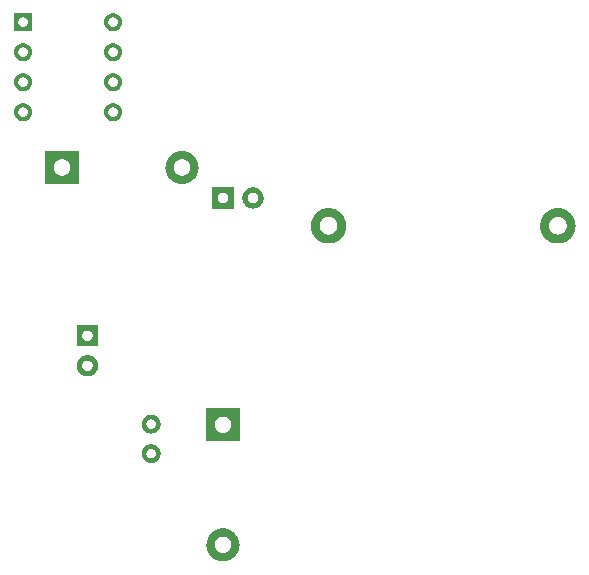
<source format=gbr>
%TF.GenerationSoftware,Flux,Pcbnew,7.0.11-7.0.11~ubuntu20.04.1*%
%TF.CreationDate,2024-06-09T09:19:31+00:00*%
%TF.ProjectId,input,696e7075-742e-46b6-9963-61645f706362,rev?*%
%TF.SameCoordinates,Original*%
%TF.FileFunction,Soldermask,Bot*%
%TF.FilePolarity,Negative*%
%FSLAX46Y46*%
G04 Gerber Fmt 4.6, Leading zero omitted, Abs format (unit mm)*
G04 Filename: high-quality-audio-amplifier*
G04 Build it with Flux! Visit our site at: https://www.flux.ai (PCBNEW 7.0.11-7.0.11~ubuntu20.04.1) date 2024-06-09 09:19:31*
%MOMM*%
%LPD*%
G01*
G04 APERTURE LIST*
G04 APERTURE END LIST*
%TO.C,*%
G36*
X-6787548Y-18598468D02*
G01*
X-6748471Y-18602316D01*
X-6709630Y-18608078D01*
X-6671119Y-18615738D01*
X-6633030Y-18625279D01*
X-6595455Y-18636677D01*
X-6558484Y-18649906D01*
X-6522207Y-18664932D01*
X-6486711Y-18681721D01*
X-6452081Y-18700230D01*
X-6418402Y-18720417D01*
X-6385753Y-18742232D01*
X-6354215Y-18765623D01*
X-6323862Y-18790533D01*
X-6294768Y-18816902D01*
X-6267002Y-18844668D01*
X-6240633Y-18873762D01*
X-6215723Y-18904115D01*
X-6192332Y-18935653D01*
X-6170517Y-18968302D01*
X-6150330Y-19001981D01*
X-6131821Y-19036611D01*
X-6115032Y-19072107D01*
X-6100006Y-19108384D01*
X-6086777Y-19145355D01*
X-6075379Y-19182930D01*
X-6065838Y-19221019D01*
X-6058178Y-19259530D01*
X-6052416Y-19298371D01*
X-6048568Y-19337448D01*
X-6046641Y-19376667D01*
X-6046641Y-19415933D01*
X-6048568Y-19455152D01*
X-6052416Y-19494229D01*
X-6058178Y-19533070D01*
X-6065838Y-19571581D01*
X-6075379Y-19609670D01*
X-6086777Y-19647245D01*
X-6100006Y-19684216D01*
X-6115032Y-19720493D01*
X-6131821Y-19755989D01*
X-6150330Y-19790619D01*
X-6170517Y-19824298D01*
X-6192332Y-19856947D01*
X-6215723Y-19888485D01*
X-6240633Y-19918838D01*
X-6267002Y-19947932D01*
X-6294768Y-19975698D01*
X-6323862Y-20002067D01*
X-6354215Y-20026977D01*
X-6385753Y-20050368D01*
X-6418402Y-20072183D01*
X-6452081Y-20092370D01*
X-6486711Y-20110879D01*
X-6522207Y-20127668D01*
X-6558484Y-20142694D01*
X-6595455Y-20155923D01*
X-6633030Y-20167321D01*
X-6671119Y-20176862D01*
X-6709630Y-20184522D01*
X-6748471Y-20190284D01*
X-6787548Y-20194132D01*
X-6826767Y-20196059D01*
X-6866033Y-20196059D01*
X-6905252Y-20194132D01*
X-6944329Y-20190284D01*
X-6983170Y-20184522D01*
X-7021681Y-20176862D01*
X-7059770Y-20167321D01*
X-7097345Y-20155923D01*
X-7134316Y-20142694D01*
X-7170593Y-20127668D01*
X-7206089Y-20110879D01*
X-7240719Y-20092370D01*
X-7274398Y-20072183D01*
X-7307047Y-20050368D01*
X-7338585Y-20026977D01*
X-7368938Y-20002067D01*
X-7398032Y-19975698D01*
X-7425798Y-19947932D01*
X-7452167Y-19918838D01*
X-7477077Y-19888485D01*
X-7500468Y-19856947D01*
X-7522283Y-19824298D01*
X-7542470Y-19790619D01*
X-7560979Y-19755989D01*
X-7577768Y-19720493D01*
X-7592794Y-19684216D01*
X-7606023Y-19647245D01*
X-7617421Y-19609670D01*
X-7626962Y-19571581D01*
X-7634622Y-19533070D01*
X-7640384Y-19494229D01*
X-7644232Y-19455152D01*
X-7646159Y-19415933D01*
X-7646159Y-19406116D01*
X-7246280Y-19406116D01*
X-7245316Y-19425726D01*
X-7243392Y-19445264D01*
X-7240511Y-19464685D01*
X-7236681Y-19483940D01*
X-7231910Y-19502985D01*
X-7226211Y-19521773D01*
X-7219597Y-19540258D01*
X-7212084Y-19558397D01*
X-7203690Y-19576145D01*
X-7194435Y-19593459D01*
X-7184341Y-19610299D01*
X-7173434Y-19626623D01*
X-7161739Y-19642393D01*
X-7149284Y-19657569D01*
X-7136099Y-19672116D01*
X-7122216Y-19685999D01*
X-7107669Y-19699184D01*
X-7092493Y-19711639D01*
X-7076723Y-19723334D01*
X-7060399Y-19734241D01*
X-7043559Y-19744335D01*
X-7026245Y-19753590D01*
X-7008497Y-19761984D01*
X-6990358Y-19769497D01*
X-6971873Y-19776111D01*
X-6953085Y-19781810D01*
X-6934040Y-19786581D01*
X-6914785Y-19790411D01*
X-6895364Y-19793292D01*
X-6875826Y-19795216D01*
X-6856216Y-19796180D01*
X-6836584Y-19796180D01*
X-6816974Y-19795216D01*
X-6797436Y-19793292D01*
X-6778015Y-19790411D01*
X-6758760Y-19786581D01*
X-6739715Y-19781810D01*
X-6720927Y-19776111D01*
X-6702442Y-19769497D01*
X-6684303Y-19761984D01*
X-6666555Y-19753590D01*
X-6649241Y-19744335D01*
X-6632401Y-19734241D01*
X-6616077Y-19723334D01*
X-6600307Y-19711639D01*
X-6585131Y-19699184D01*
X-6570584Y-19685999D01*
X-6556701Y-19672116D01*
X-6543516Y-19657569D01*
X-6531061Y-19642393D01*
X-6519366Y-19626623D01*
X-6508459Y-19610299D01*
X-6498365Y-19593459D01*
X-6489110Y-19576145D01*
X-6480716Y-19558397D01*
X-6473203Y-19540258D01*
X-6466589Y-19521773D01*
X-6460890Y-19502985D01*
X-6456119Y-19483940D01*
X-6452289Y-19464685D01*
X-6449408Y-19445264D01*
X-6447484Y-19425726D01*
X-6446520Y-19406116D01*
X-6446520Y-19386484D01*
X-6447484Y-19366874D01*
X-6449408Y-19347336D01*
X-6452289Y-19327915D01*
X-6456119Y-19308660D01*
X-6460890Y-19289615D01*
X-6466589Y-19270827D01*
X-6473203Y-19252342D01*
X-6480716Y-19234203D01*
X-6489110Y-19216455D01*
X-6498365Y-19199141D01*
X-6508459Y-19182301D01*
X-6519366Y-19165977D01*
X-6531061Y-19150207D01*
X-6543516Y-19135031D01*
X-6556701Y-19120484D01*
X-6570584Y-19106601D01*
X-6585131Y-19093416D01*
X-6600307Y-19080961D01*
X-6616077Y-19069266D01*
X-6632401Y-19058359D01*
X-6649241Y-19048265D01*
X-6666555Y-19039010D01*
X-6684303Y-19030616D01*
X-6702442Y-19023103D01*
X-6720927Y-19016489D01*
X-6739715Y-19010790D01*
X-6758760Y-19006019D01*
X-6778015Y-19002189D01*
X-6797436Y-18999308D01*
X-6816974Y-18997384D01*
X-6836584Y-18996420D01*
X-6856216Y-18996420D01*
X-6875826Y-18997384D01*
X-6895364Y-18999308D01*
X-6914785Y-19002189D01*
X-6934040Y-19006019D01*
X-6953085Y-19010790D01*
X-6971873Y-19016489D01*
X-6990358Y-19023103D01*
X-7008497Y-19030616D01*
X-7026245Y-19039010D01*
X-7043559Y-19048265D01*
X-7060399Y-19058359D01*
X-7076723Y-19069266D01*
X-7092493Y-19080961D01*
X-7107669Y-19093416D01*
X-7122216Y-19106601D01*
X-7136099Y-19120484D01*
X-7149284Y-19135031D01*
X-7161739Y-19150207D01*
X-7173434Y-19165977D01*
X-7184341Y-19182301D01*
X-7194435Y-19199141D01*
X-7203690Y-19216455D01*
X-7212084Y-19234203D01*
X-7219597Y-19252342D01*
X-7226211Y-19270827D01*
X-7231910Y-19289615D01*
X-7236681Y-19308660D01*
X-7240511Y-19327915D01*
X-7243392Y-19347336D01*
X-7245316Y-19366874D01*
X-7246280Y-19386484D01*
X-7246280Y-19406116D01*
X-7646159Y-19406116D01*
X-7646159Y-19376667D01*
X-7644232Y-19337448D01*
X-7640384Y-19298371D01*
X-7634622Y-19259530D01*
X-7626962Y-19221019D01*
X-7617421Y-19182930D01*
X-7606023Y-19145355D01*
X-7592794Y-19108384D01*
X-7577768Y-19072107D01*
X-7560979Y-19036611D01*
X-7542470Y-19001981D01*
X-7522283Y-18968302D01*
X-7500468Y-18935653D01*
X-7477077Y-18904115D01*
X-7452167Y-18873762D01*
X-7425798Y-18844668D01*
X-7398032Y-18816902D01*
X-7368938Y-18790533D01*
X-7338585Y-18765623D01*
X-7307047Y-18742232D01*
X-7274398Y-18720417D01*
X-7240719Y-18700230D01*
X-7206089Y-18681721D01*
X-7170593Y-18664932D01*
X-7134316Y-18649906D01*
X-7097345Y-18636677D01*
X-7059770Y-18625279D01*
X-7021681Y-18615738D01*
X-6983170Y-18608078D01*
X-6944329Y-18602316D01*
X-6905252Y-18598468D01*
X-6866033Y-18596541D01*
X-6826767Y-18596541D01*
X-6787548Y-18598468D01*
G37*
G36*
X-6787558Y-16098468D02*
G01*
X-6748481Y-16102316D01*
X-6709640Y-16108078D01*
X-6671128Y-16115738D01*
X-6633039Y-16125279D01*
X-6595464Y-16136677D01*
X-6558493Y-16149906D01*
X-6522216Y-16164932D01*
X-6486720Y-16181721D01*
X-6452091Y-16200230D01*
X-6418411Y-16220417D01*
X-6385763Y-16242232D01*
X-6354224Y-16265623D01*
X-6323871Y-16290533D01*
X-6294777Y-16316902D01*
X-6267012Y-16344668D01*
X-6240642Y-16373762D01*
X-6215732Y-16404115D01*
X-6192341Y-16435653D01*
X-6170526Y-16468302D01*
X-6150340Y-16501981D01*
X-6131830Y-16536611D01*
X-6115041Y-16572107D01*
X-6100015Y-16608384D01*
X-6086787Y-16645355D01*
X-6075388Y-16682930D01*
X-6065847Y-16721019D01*
X-6058187Y-16759530D01*
X-6052426Y-16798371D01*
X-6048577Y-16837448D01*
X-6046650Y-16876667D01*
X-6046650Y-16915933D01*
X-6048577Y-16955152D01*
X-6052426Y-16994229D01*
X-6058187Y-17033070D01*
X-6065847Y-17071581D01*
X-6075388Y-17109670D01*
X-6086787Y-17147245D01*
X-6100015Y-17184216D01*
X-6115041Y-17220493D01*
X-6131830Y-17255989D01*
X-6150340Y-17290619D01*
X-6170526Y-17324298D01*
X-6192341Y-17356947D01*
X-6215732Y-17388485D01*
X-6240642Y-17418838D01*
X-6267012Y-17447932D01*
X-6294777Y-17475698D01*
X-6323871Y-17502067D01*
X-6354224Y-17526977D01*
X-6385763Y-17550368D01*
X-6418411Y-17572183D01*
X-6452091Y-17592370D01*
X-6486720Y-17610879D01*
X-6522216Y-17627668D01*
X-6558493Y-17642694D01*
X-6595464Y-17655923D01*
X-6633039Y-17667321D01*
X-6671128Y-17676862D01*
X-6709640Y-17684522D01*
X-6748481Y-17690284D01*
X-6787558Y-17694132D01*
X-6826776Y-17696059D01*
X-6866042Y-17696059D01*
X-6905261Y-17694132D01*
X-6944338Y-17690284D01*
X-6983179Y-17684522D01*
X-7021690Y-17676862D01*
X-7059779Y-17667321D01*
X-7097355Y-17655923D01*
X-7134325Y-17642694D01*
X-7170602Y-17627668D01*
X-7206098Y-17610879D01*
X-7240728Y-17592370D01*
X-7274407Y-17572183D01*
X-7307056Y-17550368D01*
X-7338594Y-17526977D01*
X-7368947Y-17502067D01*
X-7398042Y-17475698D01*
X-7425807Y-17447932D01*
X-7452176Y-17418838D01*
X-7477086Y-17388485D01*
X-7500477Y-17356947D01*
X-7522292Y-17324298D01*
X-7542479Y-17290619D01*
X-7560989Y-17255989D01*
X-7577777Y-17220493D01*
X-7592803Y-17184216D01*
X-7606032Y-17147245D01*
X-7617430Y-17109670D01*
X-7626971Y-17071581D01*
X-7634631Y-17033070D01*
X-7640393Y-16994229D01*
X-7644242Y-16955152D01*
X-7646168Y-16915933D01*
X-7646168Y-16906116D01*
X-7246289Y-16906116D01*
X-7245325Y-16925726D01*
X-7243401Y-16945264D01*
X-7240520Y-16964685D01*
X-7236690Y-16983940D01*
X-7231920Y-17002985D01*
X-7226220Y-17021773D01*
X-7219606Y-17040258D01*
X-7212093Y-17058397D01*
X-7203699Y-17076145D01*
X-7194444Y-17093459D01*
X-7184351Y-17110299D01*
X-7173443Y-17126623D01*
X-7161748Y-17142393D01*
X-7149293Y-17157569D01*
X-7136108Y-17172116D01*
X-7122225Y-17185999D01*
X-7107678Y-17199184D01*
X-7092502Y-17211639D01*
X-7076732Y-17223334D01*
X-7060408Y-17234241D01*
X-7043568Y-17244335D01*
X-7026254Y-17253590D01*
X-7008506Y-17261984D01*
X-6990367Y-17269497D01*
X-6971882Y-17276111D01*
X-6953094Y-17281810D01*
X-6934050Y-17286581D01*
X-6914794Y-17290411D01*
X-6895373Y-17293292D01*
X-6875835Y-17295216D01*
X-6856226Y-17296180D01*
X-6836593Y-17296180D01*
X-6816983Y-17295216D01*
X-6797445Y-17293292D01*
X-6778024Y-17290411D01*
X-6758769Y-17286581D01*
X-6739724Y-17281810D01*
X-6720936Y-17276111D01*
X-6702451Y-17269497D01*
X-6684313Y-17261984D01*
X-6666565Y-17253590D01*
X-6649250Y-17244335D01*
X-6632410Y-17234241D01*
X-6616086Y-17223334D01*
X-6600317Y-17211639D01*
X-6585140Y-17199184D01*
X-6570593Y-17185999D01*
X-6556710Y-17172116D01*
X-6543526Y-17157569D01*
X-6531071Y-17142393D01*
X-6519375Y-17126623D01*
X-6508468Y-17110299D01*
X-6498374Y-17093459D01*
X-6489119Y-17076145D01*
X-6480725Y-17058397D01*
X-6473212Y-17040258D01*
X-6466598Y-17021773D01*
X-6460899Y-17002985D01*
X-6456128Y-16983940D01*
X-6452298Y-16964685D01*
X-6449417Y-16945264D01*
X-6447493Y-16925726D01*
X-6446530Y-16906116D01*
X-6446530Y-16886484D01*
X-6447493Y-16866874D01*
X-6449417Y-16847336D01*
X-6452298Y-16827915D01*
X-6456128Y-16808660D01*
X-6460899Y-16789615D01*
X-6466598Y-16770827D01*
X-6473212Y-16752342D01*
X-6480725Y-16734203D01*
X-6489119Y-16716455D01*
X-6498374Y-16699141D01*
X-6508468Y-16682301D01*
X-6519375Y-16665977D01*
X-6531071Y-16650207D01*
X-6543526Y-16635031D01*
X-6556710Y-16620484D01*
X-6570593Y-16606601D01*
X-6585140Y-16593416D01*
X-6600317Y-16580961D01*
X-6616086Y-16569266D01*
X-6632410Y-16558359D01*
X-6649250Y-16548265D01*
X-6666565Y-16539010D01*
X-6684313Y-16530616D01*
X-6702451Y-16523103D01*
X-6720936Y-16516489D01*
X-6739724Y-16510790D01*
X-6758769Y-16506019D01*
X-6778024Y-16502189D01*
X-6797445Y-16499308D01*
X-6816983Y-16497384D01*
X-6836593Y-16496420D01*
X-6856226Y-16496420D01*
X-6875835Y-16497384D01*
X-6895373Y-16499308D01*
X-6914794Y-16502189D01*
X-6934050Y-16506019D01*
X-6953094Y-16510790D01*
X-6971882Y-16516489D01*
X-6990367Y-16523103D01*
X-7008506Y-16530616D01*
X-7026254Y-16539010D01*
X-7043568Y-16548265D01*
X-7060408Y-16558359D01*
X-7076732Y-16569266D01*
X-7092502Y-16580961D01*
X-7107678Y-16593416D01*
X-7122225Y-16606601D01*
X-7136108Y-16620484D01*
X-7149293Y-16635031D01*
X-7161748Y-16650207D01*
X-7173443Y-16665977D01*
X-7184351Y-16682301D01*
X-7194444Y-16699141D01*
X-7203699Y-16716455D01*
X-7212093Y-16734203D01*
X-7219606Y-16752342D01*
X-7226220Y-16770827D01*
X-7231920Y-16789615D01*
X-7236690Y-16808660D01*
X-7240520Y-16827915D01*
X-7243401Y-16847336D01*
X-7245325Y-16866874D01*
X-7246289Y-16886484D01*
X-7246289Y-16906116D01*
X-7646168Y-16906116D01*
X-7646168Y-16876667D01*
X-7644242Y-16837448D01*
X-7640393Y-16798371D01*
X-7634631Y-16759530D01*
X-7626971Y-16721019D01*
X-7617430Y-16682930D01*
X-7606032Y-16645355D01*
X-7592803Y-16608384D01*
X-7577777Y-16572107D01*
X-7560989Y-16536611D01*
X-7542479Y-16501981D01*
X-7522292Y-16468302D01*
X-7500477Y-16435653D01*
X-7477086Y-16404115D01*
X-7452176Y-16373762D01*
X-7425807Y-16344668D01*
X-7398042Y-16316902D01*
X-7368947Y-16290533D01*
X-7338594Y-16265623D01*
X-7307056Y-16242232D01*
X-7274407Y-16220417D01*
X-7240728Y-16200230D01*
X-7206098Y-16181721D01*
X-7170602Y-16164932D01*
X-7134325Y-16149906D01*
X-7097355Y-16136677D01*
X-7059779Y-16125279D01*
X-7021690Y-16115738D01*
X-6983179Y-16108078D01*
X-6944338Y-16102316D01*
X-6905261Y-16098468D01*
X-6866042Y-16096541D01*
X-6826776Y-16096541D01*
X-6787558Y-16098468D01*
G37*
G36*
X-16930800Y17898300D02*
G01*
X-16930800Y16374300D01*
X-18454800Y16374300D01*
X-18454800Y17126326D01*
X-18099078Y17126326D01*
X-18098099Y17106403D01*
X-18096144Y17086552D01*
X-18093217Y17066821D01*
X-18089325Y17047257D01*
X-18084479Y17027908D01*
X-18078688Y17008820D01*
X-18071968Y16990039D01*
X-18064335Y16971610D01*
X-18055806Y16953578D01*
X-18046403Y16935986D01*
X-18036148Y16918877D01*
X-18025066Y16902292D01*
X-18013184Y16886270D01*
X-18000530Y16870851D01*
X-17987134Y16856071D01*
X-17973029Y16841966D01*
X-17958249Y16828570D01*
X-17942830Y16815916D01*
X-17926808Y16804034D01*
X-17910223Y16792952D01*
X-17893114Y16782697D01*
X-17875522Y16773294D01*
X-17857490Y16764765D01*
X-17839061Y16757132D01*
X-17820280Y16750412D01*
X-17801192Y16744621D01*
X-17781843Y16739775D01*
X-17762279Y16735883D01*
X-17742548Y16732956D01*
X-17722697Y16731001D01*
X-17702774Y16730022D01*
X-17682826Y16730022D01*
X-17662903Y16731001D01*
X-17643052Y16732956D01*
X-17623321Y16735883D01*
X-17603757Y16739775D01*
X-17584408Y16744621D01*
X-17565320Y16750412D01*
X-17546539Y16757132D01*
X-17528110Y16764765D01*
X-17510078Y16773294D01*
X-17492486Y16782697D01*
X-17475377Y16792952D01*
X-17458792Y16804034D01*
X-17442770Y16815916D01*
X-17427351Y16828570D01*
X-17412571Y16841966D01*
X-17398466Y16856071D01*
X-17385070Y16870851D01*
X-17372416Y16886270D01*
X-17360534Y16902292D01*
X-17349452Y16918877D01*
X-17339197Y16935986D01*
X-17329794Y16953578D01*
X-17321265Y16971610D01*
X-17313632Y16990039D01*
X-17306912Y17008820D01*
X-17301121Y17027908D01*
X-17296275Y17047257D01*
X-17292383Y17066821D01*
X-17289456Y17086552D01*
X-17287501Y17106403D01*
X-17286522Y17126326D01*
X-17286522Y17146274D01*
X-17287501Y17166197D01*
X-17289456Y17186048D01*
X-17292383Y17205779D01*
X-17296275Y17225343D01*
X-17301121Y17244692D01*
X-17306912Y17263780D01*
X-17313632Y17282561D01*
X-17321265Y17300990D01*
X-17329794Y17319022D01*
X-17339197Y17336614D01*
X-17349452Y17353723D01*
X-17360534Y17370308D01*
X-17372416Y17386330D01*
X-17385070Y17401749D01*
X-17398466Y17416529D01*
X-17412571Y17430634D01*
X-17427351Y17444030D01*
X-17442770Y17456684D01*
X-17458792Y17468566D01*
X-17475377Y17479648D01*
X-17492486Y17489903D01*
X-17510078Y17499306D01*
X-17528110Y17507835D01*
X-17546539Y17515468D01*
X-17565320Y17522188D01*
X-17584408Y17527979D01*
X-17603757Y17532825D01*
X-17623321Y17536717D01*
X-17643052Y17539644D01*
X-17662903Y17541599D01*
X-17682826Y17542578D01*
X-17702774Y17542578D01*
X-17722697Y17541599D01*
X-17742548Y17539644D01*
X-17762279Y17536717D01*
X-17781843Y17532825D01*
X-17801192Y17527979D01*
X-17820280Y17522188D01*
X-17839061Y17515468D01*
X-17857490Y17507835D01*
X-17875522Y17499306D01*
X-17893114Y17489903D01*
X-17910223Y17479648D01*
X-17926808Y17468566D01*
X-17942830Y17456684D01*
X-17958249Y17444030D01*
X-17973029Y17430634D01*
X-17987134Y17416529D01*
X-18000530Y17401749D01*
X-18013184Y17386330D01*
X-18025066Y17370308D01*
X-18036148Y17353723D01*
X-18046403Y17336614D01*
X-18055806Y17319022D01*
X-18064335Y17300990D01*
X-18071968Y17282561D01*
X-18078688Y17263780D01*
X-18084479Y17244692D01*
X-18089325Y17225343D01*
X-18093217Y17205779D01*
X-18096144Y17186048D01*
X-18098099Y17166197D01*
X-18099078Y17146274D01*
X-18099078Y17126326D01*
X-18454800Y17126326D01*
X-18454800Y17898300D01*
X-16930800Y17898300D01*
G37*
G36*
X-17636744Y10276235D02*
G01*
X-17599523Y10272569D01*
X-17562527Y10267082D01*
X-17525845Y10259785D01*
X-17489565Y10250697D01*
X-17453775Y10239840D01*
X-17418560Y10227241D01*
X-17384006Y10212928D01*
X-17350196Y10196937D01*
X-17317212Y10179306D01*
X-17285132Y10160078D01*
X-17254034Y10139300D01*
X-17223994Y10117020D01*
X-17195082Y10093293D01*
X-17167370Y10068176D01*
X-17140924Y10041730D01*
X-17115807Y10014018D01*
X-17092080Y9985106D01*
X-17069800Y9955066D01*
X-17049022Y9923968D01*
X-17029794Y9891888D01*
X-17012163Y9858904D01*
X-16996172Y9825094D01*
X-16981859Y9790540D01*
X-16969260Y9755325D01*
X-16958403Y9719535D01*
X-16949315Y9683255D01*
X-16942018Y9646573D01*
X-16936531Y9609577D01*
X-16932865Y9572356D01*
X-16931030Y9535000D01*
X-16931030Y9497600D01*
X-16932865Y9460244D01*
X-16936531Y9423023D01*
X-16942018Y9386027D01*
X-16949315Y9349345D01*
X-16958403Y9313065D01*
X-16969260Y9277275D01*
X-16981859Y9242060D01*
X-16996172Y9207506D01*
X-17012163Y9173696D01*
X-17029794Y9140712D01*
X-17049022Y9108632D01*
X-17069800Y9077534D01*
X-17092080Y9047494D01*
X-17115807Y9018582D01*
X-17140924Y8990870D01*
X-17167370Y8964424D01*
X-17195082Y8939307D01*
X-17223994Y8915580D01*
X-17254034Y8893300D01*
X-17285132Y8872522D01*
X-17317212Y8853294D01*
X-17350196Y8835663D01*
X-17384006Y8819672D01*
X-17418560Y8805359D01*
X-17453775Y8792760D01*
X-17489565Y8781903D01*
X-17525845Y8772815D01*
X-17562527Y8765518D01*
X-17599523Y8760031D01*
X-17636744Y8756365D01*
X-17674100Y8754530D01*
X-17711500Y8754530D01*
X-17748856Y8756365D01*
X-17786077Y8760031D01*
X-17823073Y8765518D01*
X-17859755Y8772815D01*
X-17896035Y8781903D01*
X-17931825Y8792760D01*
X-17967040Y8805359D01*
X-18001594Y8819672D01*
X-18035404Y8835663D01*
X-18068388Y8853294D01*
X-18100468Y8872522D01*
X-18131566Y8893300D01*
X-18161606Y8915580D01*
X-18190518Y8939307D01*
X-18218230Y8964424D01*
X-18244676Y8990870D01*
X-18269793Y9018582D01*
X-18293520Y9047494D01*
X-18315800Y9077534D01*
X-18336578Y9108632D01*
X-18355806Y9140712D01*
X-18373437Y9173696D01*
X-18389428Y9207506D01*
X-18403741Y9242060D01*
X-18416340Y9277275D01*
X-18427197Y9313065D01*
X-18436285Y9349345D01*
X-18443582Y9386027D01*
X-18449069Y9423023D01*
X-18452735Y9460244D01*
X-18454570Y9497600D01*
X-18454570Y9506326D01*
X-18099078Y9506326D01*
X-18098099Y9486403D01*
X-18096144Y9466552D01*
X-18093217Y9446821D01*
X-18089325Y9427257D01*
X-18084479Y9407908D01*
X-18078688Y9388820D01*
X-18071968Y9370039D01*
X-18064335Y9351610D01*
X-18055806Y9333578D01*
X-18046403Y9315986D01*
X-18036148Y9298877D01*
X-18025066Y9282292D01*
X-18013184Y9266270D01*
X-18000530Y9250851D01*
X-17987134Y9236071D01*
X-17973029Y9221966D01*
X-17958249Y9208570D01*
X-17942830Y9195916D01*
X-17926808Y9184034D01*
X-17910223Y9172952D01*
X-17893114Y9162697D01*
X-17875522Y9153294D01*
X-17857490Y9144765D01*
X-17839061Y9137132D01*
X-17820280Y9130412D01*
X-17801192Y9124621D01*
X-17781843Y9119775D01*
X-17762279Y9115883D01*
X-17742548Y9112956D01*
X-17722697Y9111001D01*
X-17702774Y9110022D01*
X-17682826Y9110022D01*
X-17662903Y9111001D01*
X-17643052Y9112956D01*
X-17623321Y9115883D01*
X-17603757Y9119775D01*
X-17584408Y9124621D01*
X-17565320Y9130412D01*
X-17546539Y9137132D01*
X-17528110Y9144765D01*
X-17510078Y9153294D01*
X-17492486Y9162697D01*
X-17475377Y9172952D01*
X-17458792Y9184034D01*
X-17442770Y9195916D01*
X-17427351Y9208570D01*
X-17412571Y9221966D01*
X-17398466Y9236071D01*
X-17385070Y9250851D01*
X-17372416Y9266270D01*
X-17360534Y9282292D01*
X-17349452Y9298877D01*
X-17339197Y9315986D01*
X-17329794Y9333578D01*
X-17321265Y9351610D01*
X-17313632Y9370039D01*
X-17306912Y9388820D01*
X-17301121Y9407908D01*
X-17296275Y9427257D01*
X-17292383Y9446821D01*
X-17289456Y9466552D01*
X-17287501Y9486403D01*
X-17286522Y9506326D01*
X-17286522Y9526274D01*
X-17287501Y9546197D01*
X-17289456Y9566048D01*
X-17292383Y9585779D01*
X-17296275Y9605343D01*
X-17301121Y9624692D01*
X-17306912Y9643780D01*
X-17313632Y9662561D01*
X-17321265Y9680990D01*
X-17329794Y9699022D01*
X-17339197Y9716614D01*
X-17349452Y9733723D01*
X-17360534Y9750308D01*
X-17372416Y9766330D01*
X-17385070Y9781749D01*
X-17398466Y9796529D01*
X-17412571Y9810634D01*
X-17427351Y9824030D01*
X-17442770Y9836684D01*
X-17458792Y9848566D01*
X-17475377Y9859648D01*
X-17492486Y9869903D01*
X-17510078Y9879306D01*
X-17528110Y9887835D01*
X-17546539Y9895468D01*
X-17565320Y9902188D01*
X-17584408Y9907979D01*
X-17603757Y9912825D01*
X-17623321Y9916717D01*
X-17643052Y9919644D01*
X-17662903Y9921599D01*
X-17682826Y9922578D01*
X-17702774Y9922578D01*
X-17722697Y9921599D01*
X-17742548Y9919644D01*
X-17762279Y9916717D01*
X-17781843Y9912825D01*
X-17801192Y9907979D01*
X-17820280Y9902188D01*
X-17839061Y9895468D01*
X-17857490Y9887835D01*
X-17875522Y9879306D01*
X-17893114Y9869903D01*
X-17910223Y9859648D01*
X-17926808Y9848566D01*
X-17942830Y9836684D01*
X-17958249Y9824030D01*
X-17973029Y9810634D01*
X-17987134Y9796529D01*
X-18000530Y9781749D01*
X-18013184Y9766330D01*
X-18025066Y9750308D01*
X-18036148Y9733723D01*
X-18046403Y9716614D01*
X-18055806Y9699022D01*
X-18064335Y9680990D01*
X-18071968Y9662561D01*
X-18078688Y9643780D01*
X-18084479Y9624692D01*
X-18089325Y9605343D01*
X-18093217Y9585779D01*
X-18096144Y9566048D01*
X-18098099Y9546197D01*
X-18099078Y9526274D01*
X-18099078Y9506326D01*
X-18454570Y9506326D01*
X-18454570Y9535000D01*
X-18452735Y9572356D01*
X-18449069Y9609577D01*
X-18443582Y9646573D01*
X-18436285Y9683255D01*
X-18427197Y9719535D01*
X-18416340Y9755325D01*
X-18403741Y9790540D01*
X-18389428Y9825094D01*
X-18373437Y9858904D01*
X-18355806Y9891888D01*
X-18336578Y9923968D01*
X-18315800Y9955066D01*
X-18293520Y9985106D01*
X-18269793Y10014018D01*
X-18244676Y10041730D01*
X-18218230Y10068176D01*
X-18190518Y10093293D01*
X-18161606Y10117020D01*
X-18131566Y10139300D01*
X-18100468Y10160078D01*
X-18068388Y10179306D01*
X-18035404Y10196937D01*
X-18001594Y10212928D01*
X-17967040Y10227241D01*
X-17931825Y10239840D01*
X-17896035Y10250697D01*
X-17859755Y10259785D01*
X-17823073Y10267082D01*
X-17786077Y10272569D01*
X-17748856Y10276235D01*
X-17711500Y10278070D01*
X-17674100Y10278070D01*
X-17636744Y10276235D01*
G37*
G36*
X-10016744Y12816235D02*
G01*
X-9979523Y12812569D01*
X-9942527Y12807082D01*
X-9905845Y12799785D01*
X-9869565Y12790697D01*
X-9833775Y12779840D01*
X-9798560Y12767241D01*
X-9764006Y12752928D01*
X-9730196Y12736937D01*
X-9697212Y12719306D01*
X-9665132Y12700078D01*
X-9634034Y12679300D01*
X-9603994Y12657020D01*
X-9575082Y12633293D01*
X-9547370Y12608176D01*
X-9520924Y12581730D01*
X-9495807Y12554018D01*
X-9472080Y12525106D01*
X-9449800Y12495066D01*
X-9429022Y12463968D01*
X-9409794Y12431888D01*
X-9392163Y12398904D01*
X-9376172Y12365094D01*
X-9361859Y12330540D01*
X-9349260Y12295325D01*
X-9338403Y12259535D01*
X-9329315Y12223255D01*
X-9322018Y12186573D01*
X-9316531Y12149577D01*
X-9312865Y12112356D01*
X-9311030Y12075000D01*
X-9311030Y12037600D01*
X-9312865Y12000244D01*
X-9316531Y11963023D01*
X-9322018Y11926027D01*
X-9329315Y11889345D01*
X-9338403Y11853065D01*
X-9349260Y11817275D01*
X-9361859Y11782060D01*
X-9376172Y11747506D01*
X-9392163Y11713696D01*
X-9409794Y11680712D01*
X-9429022Y11648632D01*
X-9449800Y11617534D01*
X-9472080Y11587494D01*
X-9495807Y11558582D01*
X-9520924Y11530870D01*
X-9547370Y11504424D01*
X-9575082Y11479307D01*
X-9603994Y11455580D01*
X-9634034Y11433300D01*
X-9665132Y11412522D01*
X-9697212Y11393294D01*
X-9730196Y11375663D01*
X-9764006Y11359672D01*
X-9798560Y11345359D01*
X-9833775Y11332760D01*
X-9869565Y11321903D01*
X-9905845Y11312815D01*
X-9942527Y11305518D01*
X-9979523Y11300031D01*
X-10016744Y11296365D01*
X-10054100Y11294530D01*
X-10091500Y11294530D01*
X-10128856Y11296365D01*
X-10166077Y11300031D01*
X-10203073Y11305518D01*
X-10239755Y11312815D01*
X-10276035Y11321903D01*
X-10311825Y11332760D01*
X-10347040Y11345359D01*
X-10381594Y11359672D01*
X-10415404Y11375663D01*
X-10448388Y11393294D01*
X-10480468Y11412522D01*
X-10511566Y11433300D01*
X-10541606Y11455580D01*
X-10570518Y11479307D01*
X-10598230Y11504424D01*
X-10624676Y11530870D01*
X-10649793Y11558582D01*
X-10673520Y11587494D01*
X-10695800Y11617534D01*
X-10716578Y11648632D01*
X-10735806Y11680712D01*
X-10753437Y11713696D01*
X-10769428Y11747506D01*
X-10783741Y11782060D01*
X-10796340Y11817275D01*
X-10807197Y11853065D01*
X-10816285Y11889345D01*
X-10823582Y11926027D01*
X-10829069Y11963023D01*
X-10832735Y12000244D01*
X-10834570Y12037600D01*
X-10834570Y12046326D01*
X-10479078Y12046326D01*
X-10478099Y12026403D01*
X-10476144Y12006552D01*
X-10473217Y11986821D01*
X-10469325Y11967257D01*
X-10464479Y11947908D01*
X-10458688Y11928820D01*
X-10451968Y11910039D01*
X-10444335Y11891610D01*
X-10435806Y11873578D01*
X-10426403Y11855986D01*
X-10416148Y11838877D01*
X-10405066Y11822292D01*
X-10393184Y11806270D01*
X-10380530Y11790851D01*
X-10367134Y11776071D01*
X-10353029Y11761966D01*
X-10338249Y11748570D01*
X-10322830Y11735916D01*
X-10306808Y11724034D01*
X-10290223Y11712952D01*
X-10273114Y11702697D01*
X-10255522Y11693294D01*
X-10237490Y11684765D01*
X-10219061Y11677132D01*
X-10200280Y11670412D01*
X-10181192Y11664621D01*
X-10161843Y11659775D01*
X-10142279Y11655883D01*
X-10122548Y11652956D01*
X-10102697Y11651001D01*
X-10082774Y11650022D01*
X-10062826Y11650022D01*
X-10042903Y11651001D01*
X-10023052Y11652956D01*
X-10003321Y11655883D01*
X-9983757Y11659775D01*
X-9964408Y11664621D01*
X-9945320Y11670412D01*
X-9926539Y11677132D01*
X-9908110Y11684765D01*
X-9890078Y11693294D01*
X-9872486Y11702697D01*
X-9855377Y11712952D01*
X-9838792Y11724034D01*
X-9822770Y11735916D01*
X-9807351Y11748570D01*
X-9792571Y11761966D01*
X-9778466Y11776071D01*
X-9765070Y11790851D01*
X-9752416Y11806270D01*
X-9740534Y11822292D01*
X-9729452Y11838877D01*
X-9719197Y11855986D01*
X-9709794Y11873578D01*
X-9701265Y11891610D01*
X-9693632Y11910039D01*
X-9686912Y11928820D01*
X-9681121Y11947908D01*
X-9676275Y11967257D01*
X-9672383Y11986821D01*
X-9669456Y12006552D01*
X-9667501Y12026403D01*
X-9666522Y12046326D01*
X-9666522Y12066274D01*
X-9667501Y12086197D01*
X-9669456Y12106048D01*
X-9672383Y12125779D01*
X-9676275Y12145343D01*
X-9681121Y12164692D01*
X-9686912Y12183780D01*
X-9693632Y12202561D01*
X-9701265Y12220990D01*
X-9709794Y12239022D01*
X-9719197Y12256614D01*
X-9729452Y12273723D01*
X-9740534Y12290308D01*
X-9752416Y12306330D01*
X-9765070Y12321749D01*
X-9778466Y12336529D01*
X-9792571Y12350634D01*
X-9807351Y12364030D01*
X-9822770Y12376684D01*
X-9838792Y12388566D01*
X-9855377Y12399648D01*
X-9872486Y12409903D01*
X-9890078Y12419306D01*
X-9908110Y12427835D01*
X-9926539Y12435468D01*
X-9945320Y12442188D01*
X-9964408Y12447979D01*
X-9983757Y12452825D01*
X-10003321Y12456717D01*
X-10023052Y12459644D01*
X-10042903Y12461599D01*
X-10062826Y12462578D01*
X-10082774Y12462578D01*
X-10102697Y12461599D01*
X-10122548Y12459644D01*
X-10142279Y12456717D01*
X-10161843Y12452825D01*
X-10181192Y12447979D01*
X-10200280Y12442188D01*
X-10219061Y12435468D01*
X-10237490Y12427835D01*
X-10255522Y12419306D01*
X-10273114Y12409903D01*
X-10290223Y12399648D01*
X-10306808Y12388566D01*
X-10322830Y12376684D01*
X-10338249Y12364030D01*
X-10353029Y12350634D01*
X-10367134Y12336529D01*
X-10380530Y12321749D01*
X-10393184Y12306330D01*
X-10405066Y12290308D01*
X-10416148Y12273723D01*
X-10426403Y12256614D01*
X-10435806Y12239022D01*
X-10444335Y12220990D01*
X-10451968Y12202561D01*
X-10458688Y12183780D01*
X-10464479Y12164692D01*
X-10469325Y12145343D01*
X-10473217Y12125779D01*
X-10476144Y12106048D01*
X-10478099Y12086197D01*
X-10479078Y12066274D01*
X-10479078Y12046326D01*
X-10834570Y12046326D01*
X-10834570Y12075000D01*
X-10832735Y12112356D01*
X-10829069Y12149577D01*
X-10823582Y12186573D01*
X-10816285Y12223255D01*
X-10807197Y12259535D01*
X-10796340Y12295325D01*
X-10783741Y12330540D01*
X-10769428Y12365094D01*
X-10753437Y12398904D01*
X-10735806Y12431888D01*
X-10716578Y12463968D01*
X-10695800Y12495066D01*
X-10673520Y12525106D01*
X-10649793Y12554018D01*
X-10624676Y12581730D01*
X-10598230Y12608176D01*
X-10570518Y12633293D01*
X-10541606Y12657020D01*
X-10511566Y12679300D01*
X-10480468Y12700078D01*
X-10448388Y12719306D01*
X-10415404Y12736937D01*
X-10381594Y12752928D01*
X-10347040Y12767241D01*
X-10311825Y12779840D01*
X-10276035Y12790697D01*
X-10239755Y12799785D01*
X-10203073Y12807082D01*
X-10166077Y12812569D01*
X-10128856Y12816235D01*
X-10091500Y12818070D01*
X-10054100Y12818070D01*
X-10016744Y12816235D01*
G37*
G36*
X-17636744Y12816235D02*
G01*
X-17599523Y12812569D01*
X-17562527Y12807082D01*
X-17525845Y12799785D01*
X-17489565Y12790697D01*
X-17453775Y12779840D01*
X-17418560Y12767241D01*
X-17384006Y12752928D01*
X-17350196Y12736937D01*
X-17317212Y12719306D01*
X-17285132Y12700078D01*
X-17254034Y12679300D01*
X-17223994Y12657020D01*
X-17195082Y12633293D01*
X-17167370Y12608176D01*
X-17140924Y12581730D01*
X-17115807Y12554018D01*
X-17092080Y12525106D01*
X-17069800Y12495066D01*
X-17049022Y12463968D01*
X-17029794Y12431888D01*
X-17012163Y12398904D01*
X-16996172Y12365094D01*
X-16981859Y12330540D01*
X-16969260Y12295325D01*
X-16958403Y12259535D01*
X-16949315Y12223255D01*
X-16942018Y12186573D01*
X-16936531Y12149577D01*
X-16932865Y12112356D01*
X-16931030Y12075000D01*
X-16931030Y12037600D01*
X-16932865Y12000244D01*
X-16936531Y11963023D01*
X-16942018Y11926027D01*
X-16949315Y11889345D01*
X-16958403Y11853065D01*
X-16969260Y11817275D01*
X-16981859Y11782060D01*
X-16996172Y11747506D01*
X-17012163Y11713696D01*
X-17029794Y11680712D01*
X-17049022Y11648632D01*
X-17069800Y11617534D01*
X-17092080Y11587494D01*
X-17115807Y11558582D01*
X-17140924Y11530870D01*
X-17167370Y11504424D01*
X-17195082Y11479307D01*
X-17223994Y11455580D01*
X-17254034Y11433300D01*
X-17285132Y11412522D01*
X-17317212Y11393294D01*
X-17350196Y11375663D01*
X-17384006Y11359672D01*
X-17418560Y11345359D01*
X-17453775Y11332760D01*
X-17489565Y11321903D01*
X-17525845Y11312815D01*
X-17562527Y11305518D01*
X-17599523Y11300031D01*
X-17636744Y11296365D01*
X-17674100Y11294530D01*
X-17711500Y11294530D01*
X-17748856Y11296365D01*
X-17786077Y11300031D01*
X-17823073Y11305518D01*
X-17859755Y11312815D01*
X-17896035Y11321903D01*
X-17931825Y11332760D01*
X-17967040Y11345359D01*
X-18001594Y11359672D01*
X-18035404Y11375663D01*
X-18068388Y11393294D01*
X-18100468Y11412522D01*
X-18131566Y11433300D01*
X-18161606Y11455580D01*
X-18190518Y11479307D01*
X-18218230Y11504424D01*
X-18244676Y11530870D01*
X-18269793Y11558582D01*
X-18293520Y11587494D01*
X-18315800Y11617534D01*
X-18336578Y11648632D01*
X-18355806Y11680712D01*
X-18373437Y11713696D01*
X-18389428Y11747506D01*
X-18403741Y11782060D01*
X-18416340Y11817275D01*
X-18427197Y11853065D01*
X-18436285Y11889345D01*
X-18443582Y11926027D01*
X-18449069Y11963023D01*
X-18452735Y12000244D01*
X-18454570Y12037600D01*
X-18454570Y12046326D01*
X-18099078Y12046326D01*
X-18098099Y12026403D01*
X-18096144Y12006552D01*
X-18093217Y11986821D01*
X-18089325Y11967257D01*
X-18084479Y11947908D01*
X-18078688Y11928820D01*
X-18071968Y11910039D01*
X-18064335Y11891610D01*
X-18055806Y11873578D01*
X-18046403Y11855986D01*
X-18036148Y11838877D01*
X-18025066Y11822292D01*
X-18013184Y11806270D01*
X-18000530Y11790851D01*
X-17987134Y11776071D01*
X-17973029Y11761966D01*
X-17958249Y11748570D01*
X-17942830Y11735916D01*
X-17926808Y11724034D01*
X-17910223Y11712952D01*
X-17893114Y11702697D01*
X-17875522Y11693294D01*
X-17857490Y11684765D01*
X-17839061Y11677132D01*
X-17820280Y11670412D01*
X-17801192Y11664621D01*
X-17781843Y11659775D01*
X-17762279Y11655883D01*
X-17742548Y11652956D01*
X-17722697Y11651001D01*
X-17702774Y11650022D01*
X-17682826Y11650022D01*
X-17662903Y11651001D01*
X-17643052Y11652956D01*
X-17623321Y11655883D01*
X-17603757Y11659775D01*
X-17584408Y11664621D01*
X-17565320Y11670412D01*
X-17546539Y11677132D01*
X-17528110Y11684765D01*
X-17510078Y11693294D01*
X-17492486Y11702697D01*
X-17475377Y11712952D01*
X-17458792Y11724034D01*
X-17442770Y11735916D01*
X-17427351Y11748570D01*
X-17412571Y11761966D01*
X-17398466Y11776071D01*
X-17385070Y11790851D01*
X-17372416Y11806270D01*
X-17360534Y11822292D01*
X-17349452Y11838877D01*
X-17339197Y11855986D01*
X-17329794Y11873578D01*
X-17321265Y11891610D01*
X-17313632Y11910039D01*
X-17306912Y11928820D01*
X-17301121Y11947908D01*
X-17296275Y11967257D01*
X-17292383Y11986821D01*
X-17289456Y12006552D01*
X-17287501Y12026403D01*
X-17286522Y12046326D01*
X-17286522Y12066274D01*
X-17287501Y12086197D01*
X-17289456Y12106048D01*
X-17292383Y12125779D01*
X-17296275Y12145343D01*
X-17301121Y12164692D01*
X-17306912Y12183780D01*
X-17313632Y12202561D01*
X-17321265Y12220990D01*
X-17329794Y12239022D01*
X-17339197Y12256614D01*
X-17349452Y12273723D01*
X-17360534Y12290308D01*
X-17372416Y12306330D01*
X-17385070Y12321749D01*
X-17398466Y12336529D01*
X-17412571Y12350634D01*
X-17427351Y12364030D01*
X-17442770Y12376684D01*
X-17458792Y12388566D01*
X-17475377Y12399648D01*
X-17492486Y12409903D01*
X-17510078Y12419306D01*
X-17528110Y12427835D01*
X-17546539Y12435468D01*
X-17565320Y12442188D01*
X-17584408Y12447979D01*
X-17603757Y12452825D01*
X-17623321Y12456717D01*
X-17643052Y12459644D01*
X-17662903Y12461599D01*
X-17682826Y12462578D01*
X-17702774Y12462578D01*
X-17722697Y12461599D01*
X-17742548Y12459644D01*
X-17762279Y12456717D01*
X-17781843Y12452825D01*
X-17801192Y12447979D01*
X-17820280Y12442188D01*
X-17839061Y12435468D01*
X-17857490Y12427835D01*
X-17875522Y12419306D01*
X-17893114Y12409903D01*
X-17910223Y12399648D01*
X-17926808Y12388566D01*
X-17942830Y12376684D01*
X-17958249Y12364030D01*
X-17973029Y12350634D01*
X-17987134Y12336529D01*
X-18000530Y12321749D01*
X-18013184Y12306330D01*
X-18025066Y12290308D01*
X-18036148Y12273723D01*
X-18046403Y12256614D01*
X-18055806Y12239022D01*
X-18064335Y12220990D01*
X-18071968Y12202561D01*
X-18078688Y12183780D01*
X-18084479Y12164692D01*
X-18089325Y12145343D01*
X-18093217Y12125779D01*
X-18096144Y12106048D01*
X-18098099Y12086197D01*
X-18099078Y12066274D01*
X-18099078Y12046326D01*
X-18454570Y12046326D01*
X-18454570Y12075000D01*
X-18452735Y12112356D01*
X-18449069Y12149577D01*
X-18443582Y12186573D01*
X-18436285Y12223255D01*
X-18427197Y12259535D01*
X-18416340Y12295325D01*
X-18403741Y12330540D01*
X-18389428Y12365094D01*
X-18373437Y12398904D01*
X-18355806Y12431888D01*
X-18336578Y12463968D01*
X-18315800Y12495066D01*
X-18293520Y12525106D01*
X-18269793Y12554018D01*
X-18244676Y12581730D01*
X-18218230Y12608176D01*
X-18190518Y12633293D01*
X-18161606Y12657020D01*
X-18131566Y12679300D01*
X-18100468Y12700078D01*
X-18068388Y12719306D01*
X-18035404Y12736937D01*
X-18001594Y12752928D01*
X-17967040Y12767241D01*
X-17931825Y12779840D01*
X-17896035Y12790697D01*
X-17859755Y12799785D01*
X-17823073Y12807082D01*
X-17786077Y12812569D01*
X-17748856Y12816235D01*
X-17711500Y12818070D01*
X-17674100Y12818070D01*
X-17636744Y12816235D01*
G37*
G36*
X-10016744Y10276235D02*
G01*
X-9979523Y10272569D01*
X-9942527Y10267082D01*
X-9905845Y10259785D01*
X-9869565Y10250697D01*
X-9833775Y10239840D01*
X-9798560Y10227241D01*
X-9764006Y10212928D01*
X-9730196Y10196937D01*
X-9697212Y10179306D01*
X-9665132Y10160078D01*
X-9634034Y10139300D01*
X-9603994Y10117020D01*
X-9575082Y10093293D01*
X-9547370Y10068176D01*
X-9520924Y10041730D01*
X-9495807Y10014018D01*
X-9472080Y9985106D01*
X-9449800Y9955066D01*
X-9429022Y9923968D01*
X-9409794Y9891888D01*
X-9392163Y9858904D01*
X-9376172Y9825094D01*
X-9361859Y9790540D01*
X-9349260Y9755325D01*
X-9338403Y9719535D01*
X-9329315Y9683255D01*
X-9322018Y9646573D01*
X-9316531Y9609577D01*
X-9312865Y9572356D01*
X-9311030Y9535000D01*
X-9311030Y9497600D01*
X-9312865Y9460244D01*
X-9316531Y9423023D01*
X-9322018Y9386027D01*
X-9329315Y9349345D01*
X-9338403Y9313065D01*
X-9349260Y9277275D01*
X-9361859Y9242060D01*
X-9376172Y9207506D01*
X-9392163Y9173696D01*
X-9409794Y9140712D01*
X-9429022Y9108632D01*
X-9449800Y9077534D01*
X-9472080Y9047494D01*
X-9495807Y9018582D01*
X-9520924Y8990870D01*
X-9547370Y8964424D01*
X-9575082Y8939307D01*
X-9603994Y8915580D01*
X-9634034Y8893300D01*
X-9665132Y8872522D01*
X-9697212Y8853294D01*
X-9730196Y8835663D01*
X-9764006Y8819672D01*
X-9798560Y8805359D01*
X-9833775Y8792760D01*
X-9869565Y8781903D01*
X-9905845Y8772815D01*
X-9942527Y8765518D01*
X-9979523Y8760031D01*
X-10016744Y8756365D01*
X-10054100Y8754530D01*
X-10091500Y8754530D01*
X-10128856Y8756365D01*
X-10166077Y8760031D01*
X-10203073Y8765518D01*
X-10239755Y8772815D01*
X-10276035Y8781903D01*
X-10311825Y8792760D01*
X-10347040Y8805359D01*
X-10381594Y8819672D01*
X-10415404Y8835663D01*
X-10448388Y8853294D01*
X-10480468Y8872522D01*
X-10511566Y8893300D01*
X-10541606Y8915580D01*
X-10570518Y8939307D01*
X-10598230Y8964424D01*
X-10624676Y8990870D01*
X-10649793Y9018582D01*
X-10673520Y9047494D01*
X-10695800Y9077534D01*
X-10716578Y9108632D01*
X-10735806Y9140712D01*
X-10753437Y9173696D01*
X-10769428Y9207506D01*
X-10783741Y9242060D01*
X-10796340Y9277275D01*
X-10807197Y9313065D01*
X-10816285Y9349345D01*
X-10823582Y9386027D01*
X-10829069Y9423023D01*
X-10832735Y9460244D01*
X-10834570Y9497600D01*
X-10834570Y9506326D01*
X-10479078Y9506326D01*
X-10478099Y9486403D01*
X-10476144Y9466552D01*
X-10473217Y9446821D01*
X-10469325Y9427257D01*
X-10464479Y9407908D01*
X-10458688Y9388820D01*
X-10451968Y9370039D01*
X-10444335Y9351610D01*
X-10435806Y9333578D01*
X-10426403Y9315986D01*
X-10416148Y9298877D01*
X-10405066Y9282292D01*
X-10393184Y9266270D01*
X-10380530Y9250851D01*
X-10367134Y9236071D01*
X-10353029Y9221966D01*
X-10338249Y9208570D01*
X-10322830Y9195916D01*
X-10306808Y9184034D01*
X-10290223Y9172952D01*
X-10273114Y9162697D01*
X-10255522Y9153294D01*
X-10237490Y9144765D01*
X-10219061Y9137132D01*
X-10200280Y9130412D01*
X-10181192Y9124621D01*
X-10161843Y9119775D01*
X-10142279Y9115883D01*
X-10122548Y9112956D01*
X-10102697Y9111001D01*
X-10082774Y9110022D01*
X-10062826Y9110022D01*
X-10042903Y9111001D01*
X-10023052Y9112956D01*
X-10003321Y9115883D01*
X-9983757Y9119775D01*
X-9964408Y9124621D01*
X-9945320Y9130412D01*
X-9926539Y9137132D01*
X-9908110Y9144765D01*
X-9890078Y9153294D01*
X-9872486Y9162697D01*
X-9855377Y9172952D01*
X-9838792Y9184034D01*
X-9822770Y9195916D01*
X-9807351Y9208570D01*
X-9792571Y9221966D01*
X-9778466Y9236071D01*
X-9765070Y9250851D01*
X-9752416Y9266270D01*
X-9740534Y9282292D01*
X-9729452Y9298877D01*
X-9719197Y9315986D01*
X-9709794Y9333578D01*
X-9701265Y9351610D01*
X-9693632Y9370039D01*
X-9686912Y9388820D01*
X-9681121Y9407908D01*
X-9676275Y9427257D01*
X-9672383Y9446821D01*
X-9669456Y9466552D01*
X-9667501Y9486403D01*
X-9666522Y9506326D01*
X-9666522Y9526274D01*
X-9667501Y9546197D01*
X-9669456Y9566048D01*
X-9672383Y9585779D01*
X-9676275Y9605343D01*
X-9681121Y9624692D01*
X-9686912Y9643780D01*
X-9693632Y9662561D01*
X-9701265Y9680990D01*
X-9709794Y9699022D01*
X-9719197Y9716614D01*
X-9729452Y9733723D01*
X-9740534Y9750308D01*
X-9752416Y9766330D01*
X-9765070Y9781749D01*
X-9778466Y9796529D01*
X-9792571Y9810634D01*
X-9807351Y9824030D01*
X-9822770Y9836684D01*
X-9838792Y9848566D01*
X-9855377Y9859648D01*
X-9872486Y9869903D01*
X-9890078Y9879306D01*
X-9908110Y9887835D01*
X-9926539Y9895468D01*
X-9945320Y9902188D01*
X-9964408Y9907979D01*
X-9983757Y9912825D01*
X-10003321Y9916717D01*
X-10023052Y9919644D01*
X-10042903Y9921599D01*
X-10062826Y9922578D01*
X-10082774Y9922578D01*
X-10102697Y9921599D01*
X-10122548Y9919644D01*
X-10142279Y9916717D01*
X-10161843Y9912825D01*
X-10181192Y9907979D01*
X-10200280Y9902188D01*
X-10219061Y9895468D01*
X-10237490Y9887835D01*
X-10255522Y9879306D01*
X-10273114Y9869903D01*
X-10290223Y9859648D01*
X-10306808Y9848566D01*
X-10322830Y9836684D01*
X-10338249Y9824030D01*
X-10353029Y9810634D01*
X-10367134Y9796529D01*
X-10380530Y9781749D01*
X-10393184Y9766330D01*
X-10405066Y9750308D01*
X-10416148Y9733723D01*
X-10426403Y9716614D01*
X-10435806Y9699022D01*
X-10444335Y9680990D01*
X-10451968Y9662561D01*
X-10458688Y9643780D01*
X-10464479Y9624692D01*
X-10469325Y9605343D01*
X-10473217Y9585779D01*
X-10476144Y9566048D01*
X-10478099Y9546197D01*
X-10479078Y9526274D01*
X-10479078Y9506326D01*
X-10834570Y9506326D01*
X-10834570Y9535000D01*
X-10832735Y9572356D01*
X-10829069Y9609577D01*
X-10823582Y9646573D01*
X-10816285Y9683255D01*
X-10807197Y9719535D01*
X-10796340Y9755325D01*
X-10783741Y9790540D01*
X-10769428Y9825094D01*
X-10753437Y9858904D01*
X-10735806Y9891888D01*
X-10716578Y9923968D01*
X-10695800Y9955066D01*
X-10673520Y9985106D01*
X-10649793Y10014018D01*
X-10624676Y10041730D01*
X-10598230Y10068176D01*
X-10570518Y10093293D01*
X-10541606Y10117020D01*
X-10511566Y10139300D01*
X-10480468Y10160078D01*
X-10448388Y10179306D01*
X-10415404Y10196937D01*
X-10381594Y10212928D01*
X-10347040Y10227241D01*
X-10311825Y10239840D01*
X-10276035Y10250697D01*
X-10239755Y10259785D01*
X-10203073Y10267082D01*
X-10166077Y10272569D01*
X-10128856Y10276235D01*
X-10091500Y10278070D01*
X-10054100Y10278070D01*
X-10016744Y10276235D01*
G37*
G36*
X-17636744Y15356235D02*
G01*
X-17599523Y15352569D01*
X-17562527Y15347082D01*
X-17525845Y15339785D01*
X-17489565Y15330697D01*
X-17453775Y15319840D01*
X-17418560Y15307241D01*
X-17384006Y15292928D01*
X-17350196Y15276937D01*
X-17317212Y15259306D01*
X-17285132Y15240078D01*
X-17254034Y15219300D01*
X-17223994Y15197020D01*
X-17195082Y15173293D01*
X-17167370Y15148176D01*
X-17140924Y15121730D01*
X-17115807Y15094018D01*
X-17092080Y15065106D01*
X-17069800Y15035066D01*
X-17049022Y15003968D01*
X-17029794Y14971888D01*
X-17012163Y14938904D01*
X-16996172Y14905094D01*
X-16981859Y14870540D01*
X-16969260Y14835325D01*
X-16958403Y14799535D01*
X-16949315Y14763255D01*
X-16942018Y14726573D01*
X-16936531Y14689577D01*
X-16932865Y14652356D01*
X-16931030Y14615000D01*
X-16931030Y14577600D01*
X-16932865Y14540244D01*
X-16936531Y14503023D01*
X-16942018Y14466027D01*
X-16949315Y14429345D01*
X-16958403Y14393065D01*
X-16969260Y14357275D01*
X-16981859Y14322060D01*
X-16996172Y14287506D01*
X-17012163Y14253696D01*
X-17029794Y14220712D01*
X-17049022Y14188632D01*
X-17069800Y14157534D01*
X-17092080Y14127494D01*
X-17115807Y14098582D01*
X-17140924Y14070870D01*
X-17167370Y14044424D01*
X-17195082Y14019307D01*
X-17223994Y13995580D01*
X-17254034Y13973300D01*
X-17285132Y13952522D01*
X-17317212Y13933294D01*
X-17350196Y13915663D01*
X-17384006Y13899672D01*
X-17418560Y13885359D01*
X-17453775Y13872760D01*
X-17489565Y13861903D01*
X-17525845Y13852815D01*
X-17562527Y13845518D01*
X-17599523Y13840031D01*
X-17636744Y13836365D01*
X-17674100Y13834530D01*
X-17711500Y13834530D01*
X-17748856Y13836365D01*
X-17786077Y13840031D01*
X-17823073Y13845518D01*
X-17859755Y13852815D01*
X-17896035Y13861903D01*
X-17931825Y13872760D01*
X-17967040Y13885359D01*
X-18001594Y13899672D01*
X-18035404Y13915663D01*
X-18068388Y13933294D01*
X-18100468Y13952522D01*
X-18131566Y13973300D01*
X-18161606Y13995580D01*
X-18190518Y14019307D01*
X-18218230Y14044424D01*
X-18244676Y14070870D01*
X-18269793Y14098582D01*
X-18293520Y14127494D01*
X-18315800Y14157534D01*
X-18336578Y14188632D01*
X-18355806Y14220712D01*
X-18373437Y14253696D01*
X-18389428Y14287506D01*
X-18403741Y14322060D01*
X-18416340Y14357275D01*
X-18427197Y14393065D01*
X-18436285Y14429345D01*
X-18443582Y14466027D01*
X-18449069Y14503023D01*
X-18452735Y14540244D01*
X-18454570Y14577600D01*
X-18454570Y14586326D01*
X-18099078Y14586326D01*
X-18098099Y14566403D01*
X-18096144Y14546552D01*
X-18093217Y14526821D01*
X-18089325Y14507257D01*
X-18084479Y14487908D01*
X-18078688Y14468820D01*
X-18071968Y14450039D01*
X-18064335Y14431610D01*
X-18055806Y14413578D01*
X-18046403Y14395986D01*
X-18036148Y14378877D01*
X-18025066Y14362292D01*
X-18013184Y14346270D01*
X-18000530Y14330851D01*
X-17987134Y14316071D01*
X-17973029Y14301966D01*
X-17958249Y14288570D01*
X-17942830Y14275916D01*
X-17926808Y14264034D01*
X-17910223Y14252952D01*
X-17893114Y14242697D01*
X-17875522Y14233294D01*
X-17857490Y14224765D01*
X-17839061Y14217132D01*
X-17820280Y14210412D01*
X-17801192Y14204621D01*
X-17781843Y14199775D01*
X-17762279Y14195883D01*
X-17742548Y14192956D01*
X-17722697Y14191001D01*
X-17702774Y14190022D01*
X-17682826Y14190022D01*
X-17662903Y14191001D01*
X-17643052Y14192956D01*
X-17623321Y14195883D01*
X-17603757Y14199775D01*
X-17584408Y14204621D01*
X-17565320Y14210412D01*
X-17546539Y14217132D01*
X-17528110Y14224765D01*
X-17510078Y14233294D01*
X-17492486Y14242697D01*
X-17475377Y14252952D01*
X-17458792Y14264034D01*
X-17442770Y14275916D01*
X-17427351Y14288570D01*
X-17412571Y14301966D01*
X-17398466Y14316071D01*
X-17385070Y14330851D01*
X-17372416Y14346270D01*
X-17360534Y14362292D01*
X-17349452Y14378877D01*
X-17339197Y14395986D01*
X-17329794Y14413578D01*
X-17321265Y14431610D01*
X-17313632Y14450039D01*
X-17306912Y14468820D01*
X-17301121Y14487908D01*
X-17296275Y14507257D01*
X-17292383Y14526821D01*
X-17289456Y14546552D01*
X-17287501Y14566403D01*
X-17286522Y14586326D01*
X-17286522Y14606274D01*
X-17287501Y14626197D01*
X-17289456Y14646048D01*
X-17292383Y14665779D01*
X-17296275Y14685343D01*
X-17301121Y14704692D01*
X-17306912Y14723780D01*
X-17313632Y14742561D01*
X-17321265Y14760990D01*
X-17329794Y14779022D01*
X-17339197Y14796614D01*
X-17349452Y14813723D01*
X-17360534Y14830308D01*
X-17372416Y14846330D01*
X-17385070Y14861749D01*
X-17398466Y14876529D01*
X-17412571Y14890634D01*
X-17427351Y14904030D01*
X-17442770Y14916684D01*
X-17458792Y14928566D01*
X-17475377Y14939648D01*
X-17492486Y14949903D01*
X-17510078Y14959306D01*
X-17528110Y14967835D01*
X-17546539Y14975468D01*
X-17565320Y14982188D01*
X-17584408Y14987979D01*
X-17603757Y14992825D01*
X-17623321Y14996717D01*
X-17643052Y14999644D01*
X-17662903Y15001599D01*
X-17682826Y15002578D01*
X-17702774Y15002578D01*
X-17722697Y15001599D01*
X-17742548Y14999644D01*
X-17762279Y14996717D01*
X-17781843Y14992825D01*
X-17801192Y14987979D01*
X-17820280Y14982188D01*
X-17839061Y14975468D01*
X-17857490Y14967835D01*
X-17875522Y14959306D01*
X-17893114Y14949903D01*
X-17910223Y14939648D01*
X-17926808Y14928566D01*
X-17942830Y14916684D01*
X-17958249Y14904030D01*
X-17973029Y14890634D01*
X-17987134Y14876529D01*
X-18000530Y14861749D01*
X-18013184Y14846330D01*
X-18025066Y14830308D01*
X-18036148Y14813723D01*
X-18046403Y14796614D01*
X-18055806Y14779022D01*
X-18064335Y14760990D01*
X-18071968Y14742561D01*
X-18078688Y14723780D01*
X-18084479Y14704692D01*
X-18089325Y14685343D01*
X-18093217Y14665779D01*
X-18096144Y14646048D01*
X-18098099Y14626197D01*
X-18099078Y14606274D01*
X-18099078Y14586326D01*
X-18454570Y14586326D01*
X-18454570Y14615000D01*
X-18452735Y14652356D01*
X-18449069Y14689577D01*
X-18443582Y14726573D01*
X-18436285Y14763255D01*
X-18427197Y14799535D01*
X-18416340Y14835325D01*
X-18403741Y14870540D01*
X-18389428Y14905094D01*
X-18373437Y14938904D01*
X-18355806Y14971888D01*
X-18336578Y15003968D01*
X-18315800Y15035066D01*
X-18293520Y15065106D01*
X-18269793Y15094018D01*
X-18244676Y15121730D01*
X-18218230Y15148176D01*
X-18190518Y15173293D01*
X-18161606Y15197020D01*
X-18131566Y15219300D01*
X-18100468Y15240078D01*
X-18068388Y15259306D01*
X-18035404Y15276937D01*
X-18001594Y15292928D01*
X-17967040Y15307241D01*
X-17931825Y15319840D01*
X-17896035Y15330697D01*
X-17859755Y15339785D01*
X-17823073Y15347082D01*
X-17786077Y15352569D01*
X-17748856Y15356235D01*
X-17711500Y15358070D01*
X-17674100Y15358070D01*
X-17636744Y15356235D01*
G37*
G36*
X-10016744Y17896235D02*
G01*
X-9979523Y17892569D01*
X-9942527Y17887082D01*
X-9905845Y17879785D01*
X-9869565Y17870697D01*
X-9833775Y17859840D01*
X-9798560Y17847241D01*
X-9764006Y17832928D01*
X-9730196Y17816937D01*
X-9697212Y17799306D01*
X-9665132Y17780078D01*
X-9634034Y17759300D01*
X-9603994Y17737020D01*
X-9575082Y17713293D01*
X-9547370Y17688176D01*
X-9520924Y17661730D01*
X-9495807Y17634018D01*
X-9472080Y17605106D01*
X-9449800Y17575066D01*
X-9429022Y17543968D01*
X-9409794Y17511888D01*
X-9392163Y17478904D01*
X-9376172Y17445094D01*
X-9361859Y17410540D01*
X-9349260Y17375325D01*
X-9338403Y17339535D01*
X-9329315Y17303255D01*
X-9322018Y17266573D01*
X-9316531Y17229577D01*
X-9312865Y17192356D01*
X-9311030Y17155000D01*
X-9311030Y17117600D01*
X-9312865Y17080244D01*
X-9316531Y17043023D01*
X-9322018Y17006027D01*
X-9329315Y16969345D01*
X-9338403Y16933065D01*
X-9349260Y16897275D01*
X-9361859Y16862060D01*
X-9376172Y16827506D01*
X-9392163Y16793696D01*
X-9409794Y16760712D01*
X-9429022Y16728632D01*
X-9449800Y16697534D01*
X-9472080Y16667494D01*
X-9495807Y16638582D01*
X-9520924Y16610870D01*
X-9547370Y16584424D01*
X-9575082Y16559307D01*
X-9603994Y16535580D01*
X-9634034Y16513300D01*
X-9665132Y16492522D01*
X-9697212Y16473294D01*
X-9730196Y16455663D01*
X-9764006Y16439672D01*
X-9798560Y16425359D01*
X-9833775Y16412760D01*
X-9869565Y16401903D01*
X-9905845Y16392815D01*
X-9942527Y16385518D01*
X-9979523Y16380031D01*
X-10016744Y16376365D01*
X-10054100Y16374530D01*
X-10091500Y16374530D01*
X-10128856Y16376365D01*
X-10166077Y16380031D01*
X-10203073Y16385518D01*
X-10239755Y16392815D01*
X-10276035Y16401903D01*
X-10311825Y16412760D01*
X-10347040Y16425359D01*
X-10381594Y16439672D01*
X-10415404Y16455663D01*
X-10448388Y16473294D01*
X-10480468Y16492522D01*
X-10511566Y16513300D01*
X-10541606Y16535580D01*
X-10570518Y16559307D01*
X-10598230Y16584424D01*
X-10624676Y16610870D01*
X-10649793Y16638582D01*
X-10673520Y16667494D01*
X-10695800Y16697534D01*
X-10716578Y16728632D01*
X-10735806Y16760712D01*
X-10753437Y16793696D01*
X-10769428Y16827506D01*
X-10783741Y16862060D01*
X-10796340Y16897275D01*
X-10807197Y16933065D01*
X-10816285Y16969345D01*
X-10823582Y17006027D01*
X-10829069Y17043023D01*
X-10832735Y17080244D01*
X-10834570Y17117600D01*
X-10834570Y17126326D01*
X-10479078Y17126326D01*
X-10478099Y17106403D01*
X-10476144Y17086552D01*
X-10473217Y17066821D01*
X-10469325Y17047257D01*
X-10464479Y17027908D01*
X-10458688Y17008820D01*
X-10451968Y16990039D01*
X-10444335Y16971610D01*
X-10435806Y16953578D01*
X-10426403Y16935986D01*
X-10416148Y16918877D01*
X-10405066Y16902292D01*
X-10393184Y16886270D01*
X-10380530Y16870851D01*
X-10367134Y16856071D01*
X-10353029Y16841966D01*
X-10338249Y16828570D01*
X-10322830Y16815916D01*
X-10306808Y16804034D01*
X-10290223Y16792952D01*
X-10273114Y16782697D01*
X-10255522Y16773294D01*
X-10237490Y16764765D01*
X-10219061Y16757132D01*
X-10200280Y16750412D01*
X-10181192Y16744621D01*
X-10161843Y16739775D01*
X-10142279Y16735883D01*
X-10122548Y16732956D01*
X-10102697Y16731001D01*
X-10082774Y16730022D01*
X-10062826Y16730022D01*
X-10042903Y16731001D01*
X-10023052Y16732956D01*
X-10003321Y16735883D01*
X-9983757Y16739775D01*
X-9964408Y16744621D01*
X-9945320Y16750412D01*
X-9926539Y16757132D01*
X-9908110Y16764765D01*
X-9890078Y16773294D01*
X-9872486Y16782697D01*
X-9855377Y16792952D01*
X-9838792Y16804034D01*
X-9822770Y16815916D01*
X-9807351Y16828570D01*
X-9792571Y16841966D01*
X-9778466Y16856071D01*
X-9765070Y16870851D01*
X-9752416Y16886270D01*
X-9740534Y16902292D01*
X-9729452Y16918877D01*
X-9719197Y16935986D01*
X-9709794Y16953578D01*
X-9701265Y16971610D01*
X-9693632Y16990039D01*
X-9686912Y17008820D01*
X-9681121Y17027908D01*
X-9676275Y17047257D01*
X-9672383Y17066821D01*
X-9669456Y17086552D01*
X-9667501Y17106403D01*
X-9666522Y17126326D01*
X-9666522Y17146274D01*
X-9667501Y17166197D01*
X-9669456Y17186048D01*
X-9672383Y17205779D01*
X-9676275Y17225343D01*
X-9681121Y17244692D01*
X-9686912Y17263780D01*
X-9693632Y17282561D01*
X-9701265Y17300990D01*
X-9709794Y17319022D01*
X-9719197Y17336614D01*
X-9729452Y17353723D01*
X-9740534Y17370308D01*
X-9752416Y17386330D01*
X-9765070Y17401749D01*
X-9778466Y17416529D01*
X-9792571Y17430634D01*
X-9807351Y17444030D01*
X-9822770Y17456684D01*
X-9838792Y17468566D01*
X-9855377Y17479648D01*
X-9872486Y17489903D01*
X-9890078Y17499306D01*
X-9908110Y17507835D01*
X-9926539Y17515468D01*
X-9945320Y17522188D01*
X-9964408Y17527979D01*
X-9983757Y17532825D01*
X-10003321Y17536717D01*
X-10023052Y17539644D01*
X-10042903Y17541599D01*
X-10062826Y17542578D01*
X-10082774Y17542578D01*
X-10102697Y17541599D01*
X-10122548Y17539644D01*
X-10142279Y17536717D01*
X-10161843Y17532825D01*
X-10181192Y17527979D01*
X-10200280Y17522188D01*
X-10219061Y17515468D01*
X-10237490Y17507835D01*
X-10255522Y17499306D01*
X-10273114Y17489903D01*
X-10290223Y17479648D01*
X-10306808Y17468566D01*
X-10322830Y17456684D01*
X-10338249Y17444030D01*
X-10353029Y17430634D01*
X-10367134Y17416529D01*
X-10380530Y17401749D01*
X-10393184Y17386330D01*
X-10405066Y17370308D01*
X-10416148Y17353723D01*
X-10426403Y17336614D01*
X-10435806Y17319022D01*
X-10444335Y17300990D01*
X-10451968Y17282561D01*
X-10458688Y17263780D01*
X-10464479Y17244692D01*
X-10469325Y17225343D01*
X-10473217Y17205779D01*
X-10476144Y17186048D01*
X-10478099Y17166197D01*
X-10479078Y17146274D01*
X-10479078Y17126326D01*
X-10834570Y17126326D01*
X-10834570Y17155000D01*
X-10832735Y17192356D01*
X-10829069Y17229577D01*
X-10823582Y17266573D01*
X-10816285Y17303255D01*
X-10807197Y17339535D01*
X-10796340Y17375325D01*
X-10783741Y17410540D01*
X-10769428Y17445094D01*
X-10753437Y17478904D01*
X-10735806Y17511888D01*
X-10716578Y17543968D01*
X-10695800Y17575066D01*
X-10673520Y17605106D01*
X-10649793Y17634018D01*
X-10624676Y17661730D01*
X-10598230Y17688176D01*
X-10570518Y17713293D01*
X-10541606Y17737020D01*
X-10511566Y17759300D01*
X-10480468Y17780078D01*
X-10448388Y17799306D01*
X-10415404Y17816937D01*
X-10381594Y17832928D01*
X-10347040Y17847241D01*
X-10311825Y17859840D01*
X-10276035Y17870697D01*
X-10239755Y17879785D01*
X-10203073Y17887082D01*
X-10166077Y17892569D01*
X-10128856Y17896235D01*
X-10091500Y17898070D01*
X-10054100Y17898070D01*
X-10016744Y17896235D01*
G37*
G36*
X-10016744Y15356235D02*
G01*
X-9979523Y15352569D01*
X-9942527Y15347082D01*
X-9905845Y15339785D01*
X-9869565Y15330697D01*
X-9833775Y15319840D01*
X-9798560Y15307241D01*
X-9764006Y15292928D01*
X-9730196Y15276937D01*
X-9697212Y15259306D01*
X-9665132Y15240078D01*
X-9634034Y15219300D01*
X-9603994Y15197020D01*
X-9575082Y15173293D01*
X-9547370Y15148176D01*
X-9520924Y15121730D01*
X-9495807Y15094018D01*
X-9472080Y15065106D01*
X-9449800Y15035066D01*
X-9429022Y15003968D01*
X-9409794Y14971888D01*
X-9392163Y14938904D01*
X-9376172Y14905094D01*
X-9361859Y14870540D01*
X-9349260Y14835325D01*
X-9338403Y14799535D01*
X-9329315Y14763255D01*
X-9322018Y14726573D01*
X-9316531Y14689577D01*
X-9312865Y14652356D01*
X-9311030Y14615000D01*
X-9311030Y14577600D01*
X-9312865Y14540244D01*
X-9316531Y14503023D01*
X-9322018Y14466027D01*
X-9329315Y14429345D01*
X-9338403Y14393065D01*
X-9349260Y14357275D01*
X-9361859Y14322060D01*
X-9376172Y14287506D01*
X-9392163Y14253696D01*
X-9409794Y14220712D01*
X-9429022Y14188632D01*
X-9449800Y14157534D01*
X-9472080Y14127494D01*
X-9495807Y14098582D01*
X-9520924Y14070870D01*
X-9547370Y14044424D01*
X-9575082Y14019307D01*
X-9603994Y13995580D01*
X-9634034Y13973300D01*
X-9665132Y13952522D01*
X-9697212Y13933294D01*
X-9730196Y13915663D01*
X-9764006Y13899672D01*
X-9798560Y13885359D01*
X-9833775Y13872760D01*
X-9869565Y13861903D01*
X-9905845Y13852815D01*
X-9942527Y13845518D01*
X-9979523Y13840031D01*
X-10016744Y13836365D01*
X-10054100Y13834530D01*
X-10091500Y13834530D01*
X-10128856Y13836365D01*
X-10166077Y13840031D01*
X-10203073Y13845518D01*
X-10239755Y13852815D01*
X-10276035Y13861903D01*
X-10311825Y13872760D01*
X-10347040Y13885359D01*
X-10381594Y13899672D01*
X-10415404Y13915663D01*
X-10448388Y13933294D01*
X-10480468Y13952522D01*
X-10511566Y13973300D01*
X-10541606Y13995580D01*
X-10570518Y14019307D01*
X-10598230Y14044424D01*
X-10624676Y14070870D01*
X-10649793Y14098582D01*
X-10673520Y14127494D01*
X-10695800Y14157534D01*
X-10716578Y14188632D01*
X-10735806Y14220712D01*
X-10753437Y14253696D01*
X-10769428Y14287506D01*
X-10783741Y14322060D01*
X-10796340Y14357275D01*
X-10807197Y14393065D01*
X-10816285Y14429345D01*
X-10823582Y14466027D01*
X-10829069Y14503023D01*
X-10832735Y14540244D01*
X-10834570Y14577600D01*
X-10834570Y14586326D01*
X-10479078Y14586326D01*
X-10478099Y14566403D01*
X-10476144Y14546552D01*
X-10473217Y14526821D01*
X-10469325Y14507257D01*
X-10464479Y14487908D01*
X-10458688Y14468820D01*
X-10451968Y14450039D01*
X-10444335Y14431610D01*
X-10435806Y14413578D01*
X-10426403Y14395986D01*
X-10416148Y14378877D01*
X-10405066Y14362292D01*
X-10393184Y14346270D01*
X-10380530Y14330851D01*
X-10367134Y14316071D01*
X-10353029Y14301966D01*
X-10338249Y14288570D01*
X-10322830Y14275916D01*
X-10306808Y14264034D01*
X-10290223Y14252952D01*
X-10273114Y14242697D01*
X-10255522Y14233294D01*
X-10237490Y14224765D01*
X-10219061Y14217132D01*
X-10200280Y14210412D01*
X-10181192Y14204621D01*
X-10161843Y14199775D01*
X-10142279Y14195883D01*
X-10122548Y14192956D01*
X-10102697Y14191001D01*
X-10082774Y14190022D01*
X-10062826Y14190022D01*
X-10042903Y14191001D01*
X-10023052Y14192956D01*
X-10003321Y14195883D01*
X-9983757Y14199775D01*
X-9964408Y14204621D01*
X-9945320Y14210412D01*
X-9926539Y14217132D01*
X-9908110Y14224765D01*
X-9890078Y14233294D01*
X-9872486Y14242697D01*
X-9855377Y14252952D01*
X-9838792Y14264034D01*
X-9822770Y14275916D01*
X-9807351Y14288570D01*
X-9792571Y14301966D01*
X-9778466Y14316071D01*
X-9765070Y14330851D01*
X-9752416Y14346270D01*
X-9740534Y14362292D01*
X-9729452Y14378877D01*
X-9719197Y14395986D01*
X-9709794Y14413578D01*
X-9701265Y14431610D01*
X-9693632Y14450039D01*
X-9686912Y14468820D01*
X-9681121Y14487908D01*
X-9676275Y14507257D01*
X-9672383Y14526821D01*
X-9669456Y14546552D01*
X-9667501Y14566403D01*
X-9666522Y14586326D01*
X-9666522Y14606274D01*
X-9667501Y14626197D01*
X-9669456Y14646048D01*
X-9672383Y14665779D01*
X-9676275Y14685343D01*
X-9681121Y14704692D01*
X-9686912Y14723780D01*
X-9693632Y14742561D01*
X-9701265Y14760990D01*
X-9709794Y14779022D01*
X-9719197Y14796614D01*
X-9729452Y14813723D01*
X-9740534Y14830308D01*
X-9752416Y14846330D01*
X-9765070Y14861749D01*
X-9778466Y14876529D01*
X-9792571Y14890634D01*
X-9807351Y14904030D01*
X-9822770Y14916684D01*
X-9838792Y14928566D01*
X-9855377Y14939648D01*
X-9872486Y14949903D01*
X-9890078Y14959306D01*
X-9908110Y14967835D01*
X-9926539Y14975468D01*
X-9945320Y14982188D01*
X-9964408Y14987979D01*
X-9983757Y14992825D01*
X-10003321Y14996717D01*
X-10023052Y14999644D01*
X-10042903Y15001599D01*
X-10062826Y15002578D01*
X-10082774Y15002578D01*
X-10102697Y15001599D01*
X-10122548Y14999644D01*
X-10142279Y14996717D01*
X-10161843Y14992825D01*
X-10181192Y14987979D01*
X-10200280Y14982188D01*
X-10219061Y14975468D01*
X-10237490Y14967835D01*
X-10255522Y14959306D01*
X-10273114Y14949903D01*
X-10290223Y14939648D01*
X-10306808Y14928566D01*
X-10322830Y14916684D01*
X-10338249Y14904030D01*
X-10353029Y14890634D01*
X-10367134Y14876529D01*
X-10380530Y14861749D01*
X-10393184Y14846330D01*
X-10405066Y14830308D01*
X-10416148Y14813723D01*
X-10426403Y14796614D01*
X-10435806Y14779022D01*
X-10444335Y14760990D01*
X-10451968Y14742561D01*
X-10458688Y14723780D01*
X-10464479Y14704692D01*
X-10469325Y14685343D01*
X-10473217Y14665779D01*
X-10476144Y14646048D01*
X-10478099Y14626197D01*
X-10479078Y14606274D01*
X-10479078Y14586326D01*
X-10834570Y14586326D01*
X-10834570Y14615000D01*
X-10832735Y14652356D01*
X-10829069Y14689577D01*
X-10823582Y14726573D01*
X-10816285Y14763255D01*
X-10807197Y14799535D01*
X-10796340Y14835325D01*
X-10783741Y14870540D01*
X-10769428Y14905094D01*
X-10753437Y14938904D01*
X-10735806Y14971888D01*
X-10716578Y15003968D01*
X-10695800Y15035066D01*
X-10673520Y15065106D01*
X-10649793Y15094018D01*
X-10624676Y15121730D01*
X-10598230Y15148176D01*
X-10570518Y15173293D01*
X-10541606Y15197020D01*
X-10511566Y15219300D01*
X-10480468Y15240078D01*
X-10448388Y15259306D01*
X-10415404Y15276937D01*
X-10381594Y15292928D01*
X-10347040Y15307241D01*
X-10311825Y15319840D01*
X-10276035Y15330697D01*
X-10239755Y15339785D01*
X-10203073Y15347082D01*
X-10166077Y15352569D01*
X-10128856Y15356235D01*
X-10091500Y15358070D01*
X-10054100Y15358070D01*
X-10016744Y15356235D01*
G37*
G36*
X-662799Y-25714493D02*
G01*
X-594415Y-25721229D01*
X-526443Y-25731311D01*
X-459048Y-25744717D01*
X-392392Y-25761414D01*
X-326635Y-25781361D01*
X-261937Y-25804510D01*
X-198452Y-25830806D01*
X-136334Y-25860186D01*
X-75732Y-25892578D01*
X-16793Y-25927905D01*
X40342Y-25966081D01*
X95535Y-26007015D01*
X148652Y-26050608D01*
X199567Y-26096754D01*
X248156Y-26145343D01*
X294303Y-26196258D01*
X337895Y-26249376D01*
X378829Y-26304569D01*
X417005Y-26361703D01*
X452332Y-26420643D01*
X484724Y-26481244D01*
X514104Y-26543362D01*
X540400Y-26606847D01*
X563550Y-26671546D01*
X583497Y-26737302D01*
X600193Y-26803958D01*
X613599Y-26871353D01*
X623682Y-26939325D01*
X630417Y-27007710D01*
X633789Y-27076342D01*
X633789Y-27145058D01*
X630417Y-27213690D01*
X623682Y-27282075D01*
X613599Y-27350047D01*
X600193Y-27417442D01*
X583497Y-27484098D01*
X563550Y-27549854D01*
X540400Y-27614553D01*
X514104Y-27678038D01*
X484724Y-27740156D01*
X452332Y-27800757D01*
X417005Y-27859697D01*
X378829Y-27916831D01*
X337895Y-27972024D01*
X294303Y-28025142D01*
X248156Y-28076057D01*
X199567Y-28124646D01*
X148652Y-28170792D01*
X95535Y-28214385D01*
X40342Y-28255319D01*
X-16793Y-28293495D01*
X-75732Y-28328822D01*
X-136334Y-28361214D01*
X-198452Y-28390594D01*
X-261937Y-28416890D01*
X-326635Y-28440039D01*
X-392392Y-28459986D01*
X-459048Y-28476683D01*
X-526443Y-28490089D01*
X-594415Y-28500171D01*
X-662799Y-28506907D01*
X-731432Y-28510278D01*
X-800147Y-28510278D01*
X-868780Y-28506907D01*
X-937165Y-28500171D01*
X-1005136Y-28490089D01*
X-1072531Y-28476683D01*
X-1139188Y-28459986D01*
X-1204944Y-28440039D01*
X-1269643Y-28416890D01*
X-1333127Y-28390594D01*
X-1395246Y-28361214D01*
X-1455847Y-28328822D01*
X-1514786Y-28293495D01*
X-1571921Y-28255319D01*
X-1627114Y-28214385D01*
X-1680232Y-28170792D01*
X-1731146Y-28124646D01*
X-1779736Y-28076057D01*
X-1825882Y-28025142D01*
X-1869475Y-27972024D01*
X-1910408Y-27916831D01*
X-1948585Y-27859697D01*
X-1983911Y-27800757D01*
X-2016304Y-27740156D01*
X-2045683Y-27678038D01*
X-2071980Y-27614553D01*
X-2095129Y-27549854D01*
X-2115076Y-27484098D01*
X-2131773Y-27417442D01*
X-2145178Y-27350047D01*
X-2155261Y-27282075D01*
X-2161996Y-27213690D01*
X-2165368Y-27145058D01*
X-2165368Y-27127879D01*
X-1465579Y-27127879D01*
X-1463893Y-27162195D01*
X-1460525Y-27196387D01*
X-1455484Y-27230373D01*
X-1448781Y-27264071D01*
X-1440433Y-27297399D01*
X-1430459Y-27330277D01*
X-1418885Y-27362627D01*
X-1405736Y-27394369D01*
X-1391047Y-27425428D01*
X-1374851Y-27455729D01*
X-1357187Y-27485198D01*
X-1338099Y-27513766D01*
X-1317632Y-27541362D01*
X-1295836Y-27567921D01*
X-1272763Y-27593378D01*
X-1248468Y-27617673D01*
X-1223011Y-27640746D01*
X-1196452Y-27662542D01*
X-1168855Y-27683009D01*
X-1140288Y-27702097D01*
X-1110818Y-27719761D01*
X-1080518Y-27735957D01*
X-1049459Y-27750647D01*
X-1017716Y-27763795D01*
X-985367Y-27775370D01*
X-952489Y-27785343D01*
X-919161Y-27793691D01*
X-885463Y-27800394D01*
X-851477Y-27805436D01*
X-817285Y-27808803D01*
X-782969Y-27810489D01*
X-748611Y-27810489D01*
X-714294Y-27808803D01*
X-680102Y-27805436D01*
X-646116Y-27800394D01*
X-612419Y-27793691D01*
X-579091Y-27785343D01*
X-546212Y-27775370D01*
X-513863Y-27763795D01*
X-482121Y-27750647D01*
X-451062Y-27735957D01*
X-420761Y-27719761D01*
X-391291Y-27702097D01*
X-362724Y-27683009D01*
X-335128Y-27662542D01*
X-308569Y-27640746D01*
X-283111Y-27617673D01*
X-258817Y-27593378D01*
X-235743Y-27567921D01*
X-213947Y-27541362D01*
X-193480Y-27513766D01*
X-174392Y-27485198D01*
X-156729Y-27455729D01*
X-140533Y-27425428D01*
X-125843Y-27394369D01*
X-112695Y-27362627D01*
X-101120Y-27330277D01*
X-91146Y-27297399D01*
X-82798Y-27264071D01*
X-76095Y-27230373D01*
X-71054Y-27196387D01*
X-67686Y-27162195D01*
X-66000Y-27127879D01*
X-66000Y-27093521D01*
X-67686Y-27059205D01*
X-71054Y-27025013D01*
X-76095Y-26991027D01*
X-82798Y-26957329D01*
X-91146Y-26924001D01*
X-101120Y-26891123D01*
X-112695Y-26858773D01*
X-125843Y-26827031D01*
X-140533Y-26795972D01*
X-156729Y-26765671D01*
X-174392Y-26736202D01*
X-193480Y-26707634D01*
X-213947Y-26680038D01*
X-235743Y-26653479D01*
X-258817Y-26628022D01*
X-283111Y-26603727D01*
X-308569Y-26580654D01*
X-335128Y-26558858D01*
X-362724Y-26538391D01*
X-391291Y-26519303D01*
X-420761Y-26501639D01*
X-451062Y-26485443D01*
X-482121Y-26470753D01*
X-513863Y-26457605D01*
X-546212Y-26446030D01*
X-579091Y-26436057D01*
X-612419Y-26427709D01*
X-646116Y-26421006D01*
X-680102Y-26415964D01*
X-714294Y-26412597D01*
X-748611Y-26410911D01*
X-782969Y-26410911D01*
X-817285Y-26412597D01*
X-851477Y-26415964D01*
X-885463Y-26421006D01*
X-919161Y-26427709D01*
X-952489Y-26436057D01*
X-985367Y-26446030D01*
X-1017716Y-26457605D01*
X-1049459Y-26470753D01*
X-1080518Y-26485443D01*
X-1110818Y-26501639D01*
X-1140288Y-26519303D01*
X-1168855Y-26538391D01*
X-1196452Y-26558858D01*
X-1223011Y-26580654D01*
X-1248468Y-26603727D01*
X-1272763Y-26628022D01*
X-1295836Y-26653479D01*
X-1317632Y-26680038D01*
X-1338099Y-26707634D01*
X-1357187Y-26736202D01*
X-1374851Y-26765671D01*
X-1391047Y-26795972D01*
X-1405736Y-26827031D01*
X-1418885Y-26858773D01*
X-1430459Y-26891123D01*
X-1440433Y-26924001D01*
X-1448781Y-26957329D01*
X-1455484Y-26991027D01*
X-1460525Y-27025013D01*
X-1463893Y-27059205D01*
X-1465579Y-27093521D01*
X-1465579Y-27127879D01*
X-2165368Y-27127879D01*
X-2165368Y-27076342D01*
X-2161996Y-27007710D01*
X-2155261Y-26939325D01*
X-2145178Y-26871353D01*
X-2131773Y-26803958D01*
X-2115076Y-26737302D01*
X-2095129Y-26671546D01*
X-2071980Y-26606847D01*
X-2045683Y-26543362D01*
X-2016304Y-26481244D01*
X-1983911Y-26420643D01*
X-1948585Y-26361703D01*
X-1910408Y-26304569D01*
X-1869475Y-26249376D01*
X-1825882Y-26196258D01*
X-1779736Y-26145343D01*
X-1731146Y-26096754D01*
X-1680232Y-26050608D01*
X-1627114Y-26007015D01*
X-1571921Y-25966081D01*
X-1514786Y-25927905D01*
X-1455847Y-25892578D01*
X-1395246Y-25860186D01*
X-1333127Y-25830806D01*
X-1269643Y-25804510D01*
X-1204944Y-25781361D01*
X-1139188Y-25761414D01*
X-1072531Y-25744717D01*
X-1005136Y-25731311D01*
X-937165Y-25721229D01*
X-868780Y-25714493D01*
X-800147Y-25711122D01*
X-731432Y-25711122D01*
X-662799Y-25714493D01*
G37*
G36*
X634200Y-15550700D02*
G01*
X634200Y-18350700D01*
X-2165800Y-18350700D01*
X-2165800Y-16967879D01*
X-1465589Y-16967879D01*
X-1463903Y-17002195D01*
X-1460536Y-17036387D01*
X-1455494Y-17070373D01*
X-1448791Y-17104071D01*
X-1440443Y-17137399D01*
X-1430470Y-17170277D01*
X-1418895Y-17202627D01*
X-1405747Y-17234369D01*
X-1391057Y-17265428D01*
X-1374861Y-17295729D01*
X-1357197Y-17325198D01*
X-1338109Y-17353766D01*
X-1317642Y-17381362D01*
X-1295846Y-17407921D01*
X-1272773Y-17433378D01*
X-1248478Y-17457673D01*
X-1223021Y-17480746D01*
X-1196462Y-17502542D01*
X-1168866Y-17523009D01*
X-1140298Y-17542097D01*
X-1110829Y-17559761D01*
X-1080528Y-17575957D01*
X-1049469Y-17590647D01*
X-1017727Y-17603795D01*
X-985377Y-17615370D01*
X-952499Y-17625343D01*
X-919171Y-17633691D01*
X-885473Y-17640394D01*
X-851487Y-17645436D01*
X-817295Y-17648803D01*
X-782979Y-17650489D01*
X-748621Y-17650489D01*
X-714305Y-17648803D01*
X-680113Y-17645436D01*
X-646127Y-17640394D01*
X-612429Y-17633691D01*
X-579101Y-17625343D01*
X-546223Y-17615370D01*
X-513873Y-17603795D01*
X-482131Y-17590647D01*
X-451072Y-17575957D01*
X-420771Y-17559761D01*
X-391302Y-17542097D01*
X-362734Y-17523009D01*
X-335138Y-17502542D01*
X-308579Y-17480746D01*
X-283122Y-17457673D01*
X-258827Y-17433378D01*
X-235754Y-17407921D01*
X-213958Y-17381362D01*
X-193491Y-17353766D01*
X-174403Y-17325198D01*
X-156739Y-17295729D01*
X-140543Y-17265428D01*
X-125853Y-17234369D01*
X-112705Y-17202627D01*
X-101130Y-17170277D01*
X-91157Y-17137399D01*
X-82809Y-17104071D01*
X-76106Y-17070373D01*
X-71064Y-17036387D01*
X-67697Y-17002195D01*
X-66011Y-16967879D01*
X-66011Y-16933521D01*
X-67697Y-16899205D01*
X-71064Y-16865013D01*
X-76106Y-16831027D01*
X-82809Y-16797329D01*
X-91157Y-16764001D01*
X-101130Y-16731123D01*
X-112705Y-16698773D01*
X-125853Y-16667031D01*
X-140543Y-16635972D01*
X-156739Y-16605671D01*
X-174403Y-16576202D01*
X-193491Y-16547634D01*
X-213958Y-16520038D01*
X-235754Y-16493479D01*
X-258827Y-16468022D01*
X-283122Y-16443727D01*
X-308579Y-16420654D01*
X-335138Y-16398858D01*
X-362734Y-16378391D01*
X-391302Y-16359303D01*
X-420771Y-16341639D01*
X-451072Y-16325443D01*
X-482131Y-16310753D01*
X-513873Y-16297605D01*
X-546223Y-16286030D01*
X-579101Y-16276057D01*
X-612429Y-16267709D01*
X-646127Y-16261006D01*
X-680113Y-16255964D01*
X-714305Y-16252597D01*
X-748621Y-16250911D01*
X-782979Y-16250911D01*
X-817295Y-16252597D01*
X-851487Y-16255964D01*
X-885473Y-16261006D01*
X-919171Y-16267709D01*
X-952499Y-16276057D01*
X-985377Y-16286030D01*
X-1017727Y-16297605D01*
X-1049469Y-16310753D01*
X-1080528Y-16325443D01*
X-1110829Y-16341639D01*
X-1140298Y-16359303D01*
X-1168866Y-16378391D01*
X-1196462Y-16398858D01*
X-1223021Y-16420654D01*
X-1248478Y-16443727D01*
X-1272773Y-16468022D01*
X-1295846Y-16493479D01*
X-1317642Y-16520038D01*
X-1338109Y-16547634D01*
X-1357197Y-16576202D01*
X-1374861Y-16605671D01*
X-1391057Y-16635972D01*
X-1405747Y-16667031D01*
X-1418895Y-16698773D01*
X-1430470Y-16731123D01*
X-1440443Y-16764001D01*
X-1448791Y-16797329D01*
X-1455494Y-16831027D01*
X-1460536Y-16865013D01*
X-1463903Y-16899205D01*
X-1465589Y-16933521D01*
X-1465589Y-16967879D01*
X-2165800Y-16967879D01*
X-2165800Y-15550700D01*
X634200Y-15550700D01*
G37*
G36*
X-12176689Y-11054539D02*
G01*
X-12132728Y-11058868D01*
X-12089032Y-11065350D01*
X-12045706Y-11073968D01*
X-12002856Y-11084702D01*
X-11960584Y-11097525D01*
X-11918992Y-11112406D01*
X-11878180Y-11129311D01*
X-11838247Y-11148198D01*
X-11799289Y-11169022D01*
X-11761400Y-11191732D01*
X-11724670Y-11216274D01*
X-11689189Y-11242588D01*
X-11655042Y-11270612D01*
X-11622311Y-11300278D01*
X-11591075Y-11331514D01*
X-11561409Y-11364244D01*
X-11533386Y-11398392D01*
X-11507071Y-11433873D01*
X-11482529Y-11470602D01*
X-11459819Y-11508492D01*
X-11438996Y-11547450D01*
X-11420109Y-11587383D01*
X-11403204Y-11628194D01*
X-11388322Y-11669786D01*
X-11375499Y-11712059D01*
X-11364765Y-11754909D01*
X-11356148Y-11798234D01*
X-11349666Y-11841930D01*
X-11345336Y-11885892D01*
X-11343168Y-11930013D01*
X-11343168Y-11974187D01*
X-11345336Y-12018308D01*
X-11349666Y-12062270D01*
X-11356148Y-12105966D01*
X-11364765Y-12149291D01*
X-11375499Y-12192141D01*
X-11388322Y-12234414D01*
X-11403204Y-12276006D01*
X-11420109Y-12316817D01*
X-11438996Y-12356750D01*
X-11459819Y-12395708D01*
X-11482529Y-12433598D01*
X-11507071Y-12470327D01*
X-11533386Y-12505808D01*
X-11561409Y-12539956D01*
X-11591075Y-12572686D01*
X-11622311Y-12603922D01*
X-11655042Y-12633588D01*
X-11689189Y-12661612D01*
X-11724670Y-12687926D01*
X-11761400Y-12712468D01*
X-11799289Y-12735178D01*
X-11838247Y-12756002D01*
X-11878180Y-12774889D01*
X-11918992Y-12791794D01*
X-11960584Y-12806675D01*
X-12002856Y-12819498D01*
X-12045706Y-12830232D01*
X-12089032Y-12838850D01*
X-12132728Y-12845332D01*
X-12176689Y-12849661D01*
X-12220810Y-12851829D01*
X-12264985Y-12851829D01*
X-12309106Y-12849661D01*
X-12353067Y-12845332D01*
X-12396763Y-12838850D01*
X-12440089Y-12830232D01*
X-12482939Y-12819498D01*
X-12525211Y-12806675D01*
X-12566803Y-12791794D01*
X-12607615Y-12774889D01*
X-12647548Y-12756002D01*
X-12686506Y-12735178D01*
X-12724395Y-12712468D01*
X-12761125Y-12687926D01*
X-12796606Y-12661612D01*
X-12830753Y-12633588D01*
X-12863484Y-12603922D01*
X-12894720Y-12572686D01*
X-12924385Y-12539956D01*
X-12952409Y-12505808D01*
X-12978724Y-12470327D01*
X-13003266Y-12433598D01*
X-13025976Y-12395708D01*
X-13046799Y-12356750D01*
X-13065686Y-12316817D01*
X-13082591Y-12276006D01*
X-13097473Y-12234414D01*
X-13110296Y-12192141D01*
X-13121029Y-12149291D01*
X-13129647Y-12105966D01*
X-13136129Y-12062270D01*
X-13140459Y-12018308D01*
X-13142626Y-11974187D01*
X-13142626Y-11963144D01*
X-12692762Y-11963144D01*
X-12691678Y-11985204D01*
X-12689513Y-12007185D01*
X-12686272Y-12029033D01*
X-12681963Y-12050696D01*
X-12676597Y-12072121D01*
X-12670185Y-12093257D01*
X-12662744Y-12114053D01*
X-12654292Y-12134459D01*
X-12644848Y-12154425D01*
X-12634437Y-12173904D01*
X-12623082Y-12192849D01*
X-12610811Y-12211214D01*
X-12597653Y-12228954D01*
X-12583641Y-12246028D01*
X-12568809Y-12262393D01*
X-12553191Y-12278011D01*
X-12536825Y-12292844D01*
X-12519752Y-12306856D01*
X-12502011Y-12320013D01*
X-12483646Y-12332284D01*
X-12464702Y-12343639D01*
X-12445223Y-12354051D01*
X-12425256Y-12363494D01*
X-12404850Y-12371947D01*
X-12384054Y-12379388D01*
X-12362918Y-12385799D01*
X-12341493Y-12391166D01*
X-12319830Y-12395475D01*
X-12297982Y-12398716D01*
X-12276001Y-12400881D01*
X-12253941Y-12401964D01*
X-12231854Y-12401964D01*
X-12209793Y-12400881D01*
X-12187813Y-12398716D01*
X-12165965Y-12395475D01*
X-12144302Y-12391166D01*
X-12122877Y-12385799D01*
X-12101741Y-12379388D01*
X-12080945Y-12371947D01*
X-12060539Y-12363494D01*
X-12040572Y-12354051D01*
X-12021093Y-12343639D01*
X-12002148Y-12332284D01*
X-11983784Y-12320013D01*
X-11966043Y-12306856D01*
X-11948970Y-12292844D01*
X-11932604Y-12278011D01*
X-11916986Y-12262393D01*
X-11902153Y-12246028D01*
X-11888142Y-12228954D01*
X-11874984Y-12211214D01*
X-11862713Y-12192849D01*
X-11851358Y-12173904D01*
X-11840946Y-12154425D01*
X-11831503Y-12134459D01*
X-11823051Y-12114053D01*
X-11815610Y-12093257D01*
X-11809198Y-12072121D01*
X-11803831Y-12050696D01*
X-11799522Y-12029033D01*
X-11796282Y-12007185D01*
X-11794117Y-11985204D01*
X-11793033Y-11963144D01*
X-11793033Y-11941056D01*
X-11794117Y-11918996D01*
X-11796282Y-11897015D01*
X-11799522Y-11875167D01*
X-11803831Y-11853504D01*
X-11809198Y-11832079D01*
X-11815610Y-11810943D01*
X-11823051Y-11790147D01*
X-11831503Y-11769741D01*
X-11840946Y-11749775D01*
X-11851358Y-11730296D01*
X-11862713Y-11711351D01*
X-11874984Y-11692986D01*
X-11888142Y-11675246D01*
X-11902153Y-11658172D01*
X-11916986Y-11641807D01*
X-11932604Y-11626189D01*
X-11948970Y-11611356D01*
X-11966043Y-11597344D01*
X-11983784Y-11584187D01*
X-12002148Y-11571916D01*
X-12021093Y-11560561D01*
X-12040572Y-11550149D01*
X-12060539Y-11540706D01*
X-12080945Y-11532253D01*
X-12101741Y-11524812D01*
X-12122877Y-11518401D01*
X-12144302Y-11513034D01*
X-12165965Y-11508725D01*
X-12187813Y-11505484D01*
X-12209793Y-11503319D01*
X-12231854Y-11502236D01*
X-12253941Y-11502236D01*
X-12276001Y-11503319D01*
X-12297982Y-11505484D01*
X-12319830Y-11508725D01*
X-12341493Y-11513034D01*
X-12362918Y-11518401D01*
X-12384054Y-11524812D01*
X-12404850Y-11532253D01*
X-12425256Y-11540706D01*
X-12445223Y-11550149D01*
X-12464702Y-11560561D01*
X-12483646Y-11571916D01*
X-12502011Y-11584187D01*
X-12519752Y-11597344D01*
X-12536825Y-11611356D01*
X-12553191Y-11626189D01*
X-12568809Y-11641807D01*
X-12583641Y-11658172D01*
X-12597653Y-11675246D01*
X-12610811Y-11692986D01*
X-12623082Y-11711351D01*
X-12634437Y-11730296D01*
X-12644848Y-11749775D01*
X-12654292Y-11769741D01*
X-12662744Y-11790147D01*
X-12670185Y-11810943D01*
X-12676597Y-11832079D01*
X-12681963Y-11853504D01*
X-12686272Y-11875167D01*
X-12689513Y-11897015D01*
X-12691678Y-11918996D01*
X-12692762Y-11941056D01*
X-12692762Y-11963144D01*
X-13142626Y-11963144D01*
X-13142626Y-11930013D01*
X-13140459Y-11885892D01*
X-13136129Y-11841930D01*
X-13129647Y-11798234D01*
X-13121029Y-11754909D01*
X-13110296Y-11712059D01*
X-13097473Y-11669786D01*
X-13082591Y-11628194D01*
X-13065686Y-11587383D01*
X-13046799Y-11547450D01*
X-13025976Y-11508492D01*
X-13003266Y-11470602D01*
X-12978724Y-11433873D01*
X-12952409Y-11398392D01*
X-12924385Y-11364244D01*
X-12894720Y-11331514D01*
X-12863484Y-11300278D01*
X-12830753Y-11270612D01*
X-12796606Y-11242588D01*
X-12761125Y-11216274D01*
X-12724395Y-11191732D01*
X-12686506Y-11169022D01*
X-12647548Y-11148198D01*
X-12607615Y-11129311D01*
X-12566803Y-11112406D01*
X-12525211Y-11097525D01*
X-12482939Y-11084702D01*
X-12440089Y-11073968D01*
X-12396763Y-11065350D01*
X-12353067Y-11058868D01*
X-12309106Y-11054539D01*
X-12264985Y-11052371D01*
X-12220810Y-11052371D01*
X-12176689Y-11054539D01*
G37*
G36*
X-11342900Y-8512100D02*
G01*
X-11342900Y-10312100D01*
X-13142900Y-10312100D01*
X-13142900Y-9423144D01*
X-12692764Y-9423144D01*
X-12691681Y-9445204D01*
X-12689516Y-9467185D01*
X-12686275Y-9489033D01*
X-12681966Y-9510696D01*
X-12676599Y-9532121D01*
X-12670188Y-9553257D01*
X-12662747Y-9574053D01*
X-12654294Y-9594459D01*
X-12644851Y-9614425D01*
X-12634439Y-9633904D01*
X-12623084Y-9652849D01*
X-12610813Y-9671214D01*
X-12597656Y-9688954D01*
X-12583644Y-9706028D01*
X-12568811Y-9722393D01*
X-12553193Y-9738011D01*
X-12536828Y-9752844D01*
X-12519754Y-9766856D01*
X-12502014Y-9780013D01*
X-12483649Y-9792284D01*
X-12464704Y-9803639D01*
X-12445225Y-9814051D01*
X-12425259Y-9823494D01*
X-12404853Y-9831947D01*
X-12384057Y-9839388D01*
X-12362921Y-9845799D01*
X-12341496Y-9851166D01*
X-12319833Y-9855475D01*
X-12297985Y-9858716D01*
X-12276004Y-9860881D01*
X-12253944Y-9861964D01*
X-12231856Y-9861964D01*
X-12209796Y-9860881D01*
X-12187815Y-9858716D01*
X-12165967Y-9855475D01*
X-12144304Y-9851166D01*
X-12122879Y-9845799D01*
X-12101743Y-9839388D01*
X-12080947Y-9831947D01*
X-12060541Y-9823494D01*
X-12040575Y-9814051D01*
X-12021096Y-9803639D01*
X-12002151Y-9792284D01*
X-11983786Y-9780013D01*
X-11966046Y-9766856D01*
X-11948972Y-9752844D01*
X-11932607Y-9738011D01*
X-11916989Y-9722393D01*
X-11902156Y-9706028D01*
X-11888144Y-9688954D01*
X-11874987Y-9671214D01*
X-11862716Y-9652849D01*
X-11851361Y-9633904D01*
X-11840949Y-9614425D01*
X-11831506Y-9594459D01*
X-11823053Y-9574053D01*
X-11815612Y-9553257D01*
X-11809201Y-9532121D01*
X-11803834Y-9510696D01*
X-11799525Y-9489033D01*
X-11796284Y-9467185D01*
X-11794119Y-9445204D01*
X-11793036Y-9423144D01*
X-11793036Y-9401056D01*
X-11794119Y-9378996D01*
X-11796284Y-9357015D01*
X-11799525Y-9335167D01*
X-11803834Y-9313504D01*
X-11809201Y-9292079D01*
X-11815612Y-9270943D01*
X-11823053Y-9250147D01*
X-11831506Y-9229741D01*
X-11840949Y-9209775D01*
X-11851361Y-9190296D01*
X-11862716Y-9171351D01*
X-11874987Y-9152986D01*
X-11888144Y-9135246D01*
X-11902156Y-9118172D01*
X-11916989Y-9101807D01*
X-11932607Y-9086189D01*
X-11948972Y-9071356D01*
X-11966046Y-9057344D01*
X-11983786Y-9044187D01*
X-12002151Y-9031916D01*
X-12021096Y-9020561D01*
X-12040575Y-9010149D01*
X-12060541Y-9000706D01*
X-12080947Y-8992253D01*
X-12101743Y-8984812D01*
X-12122879Y-8978401D01*
X-12144304Y-8973034D01*
X-12165967Y-8968725D01*
X-12187815Y-8965484D01*
X-12209796Y-8963319D01*
X-12231856Y-8962236D01*
X-12253944Y-8962236D01*
X-12276004Y-8963319D01*
X-12297985Y-8965484D01*
X-12319833Y-8968725D01*
X-12341496Y-8973034D01*
X-12362921Y-8978401D01*
X-12384057Y-8984812D01*
X-12404853Y-8992253D01*
X-12425259Y-9000706D01*
X-12445225Y-9010149D01*
X-12464704Y-9020561D01*
X-12483649Y-9031916D01*
X-12502014Y-9044187D01*
X-12519754Y-9057344D01*
X-12536828Y-9071356D01*
X-12553193Y-9086189D01*
X-12568811Y-9101807D01*
X-12583644Y-9118172D01*
X-12597656Y-9135246D01*
X-12610813Y-9152986D01*
X-12623084Y-9171351D01*
X-12634439Y-9190296D01*
X-12644851Y-9209775D01*
X-12654294Y-9229741D01*
X-12662747Y-9250147D01*
X-12670188Y-9270943D01*
X-12676599Y-9292079D01*
X-12681966Y-9313504D01*
X-12686275Y-9335167D01*
X-12689516Y-9357015D01*
X-12691681Y-9378996D01*
X-12692764Y-9401056D01*
X-12692764Y-9423144D01*
X-13142900Y-9423144D01*
X-13142900Y-8512100D01*
X-11342900Y-8512100D01*
G37*
G36*
X8283747Y1399236D02*
G01*
X8357016Y1392019D01*
X8429843Y1381216D01*
X8502052Y1366853D01*
X8573469Y1348964D01*
X8643923Y1327592D01*
X8713243Y1302789D01*
X8781262Y1274615D01*
X8847817Y1243136D01*
X8912747Y1208430D01*
X8975896Y1170580D01*
X9037112Y1129677D01*
X9096247Y1085820D01*
X9153159Y1039113D01*
X9207711Y989671D01*
X9259771Y937611D01*
X9309213Y883059D01*
X9355920Y826147D01*
X9399777Y767012D01*
X9440680Y705796D01*
X9478530Y642647D01*
X9513236Y577717D01*
X9544715Y511162D01*
X9572889Y443143D01*
X9597692Y373823D01*
X9619064Y303369D01*
X9636953Y231952D01*
X9651316Y159743D01*
X9662119Y86916D01*
X9669336Y13647D01*
X9672948Y-59888D01*
X9672948Y-133512D01*
X9669336Y-207047D01*
X9662119Y-280316D01*
X9651316Y-353143D01*
X9636953Y-425352D01*
X9619064Y-496769D01*
X9597692Y-567223D01*
X9572889Y-636543D01*
X9544715Y-704562D01*
X9513236Y-771117D01*
X9478530Y-836047D01*
X9440680Y-899196D01*
X9399777Y-960412D01*
X9355920Y-1019547D01*
X9309213Y-1076459D01*
X9259771Y-1131011D01*
X9207711Y-1183071D01*
X9153159Y-1232513D01*
X9096247Y-1279220D01*
X9037112Y-1323077D01*
X8975896Y-1363980D01*
X8912747Y-1401830D01*
X8847817Y-1436536D01*
X8781262Y-1468015D01*
X8713243Y-1496189D01*
X8643923Y-1520992D01*
X8573469Y-1542364D01*
X8502052Y-1560253D01*
X8429843Y-1574616D01*
X8357016Y-1585419D01*
X8283747Y-1592636D01*
X8210212Y-1596248D01*
X8136588Y-1596248D01*
X8063053Y-1592636D01*
X7989784Y-1585419D01*
X7916957Y-1574616D01*
X7844748Y-1560253D01*
X7773331Y-1542364D01*
X7702877Y-1520992D01*
X7633557Y-1496189D01*
X7565538Y-1468015D01*
X7498983Y-1436536D01*
X7434053Y-1401830D01*
X7370904Y-1363980D01*
X7309688Y-1323077D01*
X7250553Y-1279220D01*
X7193641Y-1232513D01*
X7139089Y-1183071D01*
X7087029Y-1131011D01*
X7037587Y-1076459D01*
X6990880Y-1019547D01*
X6947023Y-960412D01*
X6906120Y-899196D01*
X6868270Y-836047D01*
X6833564Y-771117D01*
X6802085Y-704562D01*
X6773911Y-636543D01*
X6749108Y-567223D01*
X6727736Y-496769D01*
X6709847Y-425352D01*
X6695484Y-353143D01*
X6684681Y-280316D01*
X6677464Y-207047D01*
X6673852Y-133512D01*
X6673852Y-115106D01*
X7423626Y-115106D01*
X7425432Y-151873D01*
X7429040Y-188508D01*
X7434442Y-224921D01*
X7441623Y-261026D01*
X7450568Y-296735D01*
X7461254Y-331961D01*
X7473655Y-366621D01*
X7487743Y-400631D01*
X7503482Y-433908D01*
X7520835Y-466374D01*
X7539760Y-497948D01*
X7560211Y-528556D01*
X7582140Y-558124D01*
X7605493Y-586580D01*
X7630215Y-613855D01*
X7656245Y-639885D01*
X7683520Y-664607D01*
X7711976Y-687960D01*
X7741544Y-709889D01*
X7772152Y-730340D01*
X7803726Y-749265D01*
X7836192Y-766618D01*
X7869469Y-782357D01*
X7903479Y-796445D01*
X7938139Y-808846D01*
X7973365Y-819532D01*
X8009074Y-828477D01*
X8045179Y-835658D01*
X8081592Y-841060D01*
X8118227Y-844668D01*
X8154994Y-846474D01*
X8191806Y-846474D01*
X8228573Y-844668D01*
X8265208Y-841060D01*
X8301621Y-835658D01*
X8337726Y-828477D01*
X8373435Y-819532D01*
X8408661Y-808846D01*
X8443321Y-796445D01*
X8477331Y-782357D01*
X8510608Y-766618D01*
X8543074Y-749265D01*
X8574648Y-730340D01*
X8605256Y-709889D01*
X8634824Y-687960D01*
X8663280Y-664607D01*
X8690555Y-639885D01*
X8716585Y-613855D01*
X8741307Y-586580D01*
X8764660Y-558124D01*
X8786589Y-528556D01*
X8807040Y-497948D01*
X8825965Y-466374D01*
X8843318Y-433908D01*
X8859057Y-400631D01*
X8873145Y-366621D01*
X8885546Y-331961D01*
X8896232Y-296735D01*
X8905177Y-261026D01*
X8912358Y-224921D01*
X8917760Y-188508D01*
X8921368Y-151873D01*
X8923174Y-115106D01*
X8923174Y-78294D01*
X8921368Y-41527D01*
X8917760Y-4892D01*
X8912358Y31521D01*
X8905177Y67626D01*
X8896232Y103335D01*
X8885546Y138561D01*
X8873145Y173221D01*
X8859057Y207231D01*
X8843318Y240508D01*
X8825965Y272974D01*
X8807040Y304548D01*
X8786589Y335156D01*
X8764660Y364724D01*
X8741307Y393180D01*
X8716585Y420455D01*
X8690555Y446485D01*
X8663280Y471207D01*
X8634824Y494560D01*
X8605256Y516489D01*
X8574648Y536940D01*
X8543074Y555865D01*
X8510608Y573218D01*
X8477331Y588957D01*
X8443321Y603045D01*
X8408661Y615446D01*
X8373435Y626132D01*
X8337726Y635077D01*
X8301621Y642258D01*
X8265208Y647660D01*
X8228573Y651268D01*
X8191806Y653074D01*
X8154994Y653074D01*
X8118227Y651268D01*
X8081592Y647660D01*
X8045179Y642258D01*
X8009074Y635077D01*
X7973365Y626132D01*
X7938139Y615446D01*
X7903479Y603045D01*
X7869469Y588957D01*
X7836192Y573218D01*
X7803726Y555865D01*
X7772152Y536940D01*
X7741544Y516489D01*
X7711976Y494560D01*
X7683520Y471207D01*
X7656245Y446485D01*
X7630215Y420455D01*
X7605493Y393180D01*
X7582140Y364724D01*
X7560211Y335156D01*
X7539760Y304548D01*
X7520835Y272974D01*
X7503482Y240508D01*
X7487743Y207231D01*
X7473655Y173221D01*
X7461254Y138561D01*
X7450568Y103335D01*
X7441623Y67626D01*
X7434442Y31521D01*
X7429040Y-4892D01*
X7425432Y-41527D01*
X7423626Y-78294D01*
X7423626Y-115106D01*
X6673852Y-115106D01*
X6673852Y-59888D01*
X6677464Y13647D01*
X6684681Y86916D01*
X6695484Y159743D01*
X6709847Y231952D01*
X6727736Y303369D01*
X6749108Y373823D01*
X6773911Y443143D01*
X6802085Y511162D01*
X6833564Y577717D01*
X6868270Y642647D01*
X6906120Y705796D01*
X6947023Y767012D01*
X6990880Y826147D01*
X7037587Y883059D01*
X7087029Y937611D01*
X7139089Y989671D01*
X7193641Y1039113D01*
X7250553Y1085820D01*
X7309688Y1129677D01*
X7370904Y1170580D01*
X7434053Y1208430D01*
X7498983Y1243136D01*
X7565538Y1274615D01*
X7633557Y1302789D01*
X7702877Y1327592D01*
X7773331Y1348964D01*
X7844748Y1366853D01*
X7916957Y1381216D01*
X7989784Y1392019D01*
X8063053Y1399236D01*
X8136588Y1402848D01*
X8210212Y1402848D01*
X8283747Y1399236D01*
G37*
G36*
X27693747Y1399236D02*
G01*
X27767016Y1392019D01*
X27839843Y1381216D01*
X27912052Y1366853D01*
X27983469Y1348964D01*
X28053923Y1327592D01*
X28123243Y1302789D01*
X28191262Y1274615D01*
X28257817Y1243136D01*
X28322747Y1208430D01*
X28385896Y1170580D01*
X28447112Y1129677D01*
X28506247Y1085820D01*
X28563159Y1039113D01*
X28617711Y989671D01*
X28669771Y937611D01*
X28719213Y883059D01*
X28765920Y826147D01*
X28809777Y767012D01*
X28850680Y705796D01*
X28888530Y642647D01*
X28923236Y577717D01*
X28954715Y511162D01*
X28982889Y443143D01*
X29007692Y373823D01*
X29029064Y303369D01*
X29046953Y231952D01*
X29061316Y159743D01*
X29072119Y86916D01*
X29079336Y13647D01*
X29082948Y-59888D01*
X29082948Y-133512D01*
X29079336Y-207047D01*
X29072119Y-280316D01*
X29061316Y-353143D01*
X29046953Y-425352D01*
X29029064Y-496769D01*
X29007692Y-567223D01*
X28982889Y-636543D01*
X28954715Y-704562D01*
X28923236Y-771117D01*
X28888530Y-836047D01*
X28850680Y-899196D01*
X28809777Y-960412D01*
X28765920Y-1019547D01*
X28719213Y-1076459D01*
X28669771Y-1131011D01*
X28617711Y-1183071D01*
X28563159Y-1232513D01*
X28506247Y-1279220D01*
X28447112Y-1323077D01*
X28385896Y-1363980D01*
X28322747Y-1401830D01*
X28257817Y-1436536D01*
X28191262Y-1468015D01*
X28123243Y-1496189D01*
X28053923Y-1520992D01*
X27983469Y-1542364D01*
X27912052Y-1560253D01*
X27839843Y-1574616D01*
X27767016Y-1585419D01*
X27693747Y-1592636D01*
X27620212Y-1596248D01*
X27546588Y-1596248D01*
X27473053Y-1592636D01*
X27399784Y-1585419D01*
X27326957Y-1574616D01*
X27254748Y-1560253D01*
X27183331Y-1542364D01*
X27112877Y-1520992D01*
X27043557Y-1496189D01*
X26975538Y-1468015D01*
X26908983Y-1436536D01*
X26844053Y-1401830D01*
X26780904Y-1363980D01*
X26719688Y-1323077D01*
X26660553Y-1279220D01*
X26603641Y-1232513D01*
X26549089Y-1183071D01*
X26497029Y-1131011D01*
X26447587Y-1076459D01*
X26400880Y-1019547D01*
X26357023Y-960412D01*
X26316120Y-899196D01*
X26278270Y-836047D01*
X26243564Y-771117D01*
X26212085Y-704562D01*
X26183911Y-636543D01*
X26159108Y-567223D01*
X26137736Y-496769D01*
X26119847Y-425352D01*
X26105484Y-353143D01*
X26094681Y-280316D01*
X26087464Y-207047D01*
X26083852Y-133512D01*
X26083852Y-115106D01*
X26833626Y-115106D01*
X26835432Y-151873D01*
X26839040Y-188508D01*
X26844442Y-224921D01*
X26851623Y-261026D01*
X26860568Y-296735D01*
X26871254Y-331961D01*
X26883655Y-366621D01*
X26897743Y-400631D01*
X26913482Y-433908D01*
X26930835Y-466374D01*
X26949760Y-497948D01*
X26970211Y-528556D01*
X26992140Y-558124D01*
X27015493Y-586580D01*
X27040215Y-613855D01*
X27066245Y-639885D01*
X27093520Y-664607D01*
X27121976Y-687960D01*
X27151544Y-709889D01*
X27182152Y-730340D01*
X27213726Y-749265D01*
X27246192Y-766618D01*
X27279469Y-782357D01*
X27313479Y-796445D01*
X27348139Y-808846D01*
X27383365Y-819532D01*
X27419074Y-828477D01*
X27455179Y-835658D01*
X27491592Y-841060D01*
X27528227Y-844668D01*
X27564994Y-846474D01*
X27601806Y-846474D01*
X27638573Y-844668D01*
X27675208Y-841060D01*
X27711621Y-835658D01*
X27747726Y-828477D01*
X27783435Y-819532D01*
X27818661Y-808846D01*
X27853321Y-796445D01*
X27887331Y-782357D01*
X27920608Y-766618D01*
X27953074Y-749265D01*
X27984648Y-730340D01*
X28015256Y-709889D01*
X28044824Y-687960D01*
X28073280Y-664607D01*
X28100555Y-639885D01*
X28126585Y-613855D01*
X28151307Y-586580D01*
X28174660Y-558124D01*
X28196589Y-528556D01*
X28217040Y-497948D01*
X28235965Y-466374D01*
X28253318Y-433908D01*
X28269057Y-400631D01*
X28283145Y-366621D01*
X28295546Y-331961D01*
X28306232Y-296735D01*
X28315177Y-261026D01*
X28322358Y-224921D01*
X28327760Y-188508D01*
X28331368Y-151873D01*
X28333174Y-115106D01*
X28333174Y-78294D01*
X28331368Y-41527D01*
X28327760Y-4892D01*
X28322358Y31521D01*
X28315177Y67626D01*
X28306232Y103335D01*
X28295546Y138561D01*
X28283145Y173221D01*
X28269057Y207231D01*
X28253318Y240508D01*
X28235965Y272974D01*
X28217040Y304548D01*
X28196589Y335156D01*
X28174660Y364724D01*
X28151307Y393180D01*
X28126585Y420455D01*
X28100555Y446485D01*
X28073280Y471207D01*
X28044824Y494560D01*
X28015256Y516489D01*
X27984648Y536940D01*
X27953074Y555865D01*
X27920608Y573218D01*
X27887331Y588957D01*
X27853321Y603045D01*
X27818661Y615446D01*
X27783435Y626132D01*
X27747726Y635077D01*
X27711621Y642258D01*
X27675208Y647660D01*
X27638573Y651268D01*
X27601806Y653074D01*
X27564994Y653074D01*
X27528227Y651268D01*
X27491592Y647660D01*
X27455179Y642258D01*
X27419074Y635077D01*
X27383365Y626132D01*
X27348139Y615446D01*
X27313479Y603045D01*
X27279469Y588957D01*
X27246192Y573218D01*
X27213726Y555865D01*
X27182152Y536940D01*
X27151544Y516489D01*
X27121976Y494560D01*
X27093520Y471207D01*
X27066245Y446485D01*
X27040215Y420455D01*
X27015493Y393180D01*
X26992140Y364724D01*
X26970211Y335156D01*
X26949760Y304548D01*
X26930835Y272974D01*
X26913482Y240508D01*
X26897743Y207231D01*
X26883655Y173221D01*
X26871254Y138561D01*
X26860568Y103335D01*
X26851623Y67626D01*
X26844442Y31521D01*
X26839040Y-4892D01*
X26835432Y-41527D01*
X26833626Y-78294D01*
X26833626Y-115106D01*
X26083852Y-115106D01*
X26083852Y-59888D01*
X26087464Y13647D01*
X26094681Y86916D01*
X26105484Y159743D01*
X26119847Y231952D01*
X26137736Y303369D01*
X26159108Y373823D01*
X26183911Y443143D01*
X26212085Y511162D01*
X26243564Y577717D01*
X26278270Y642647D01*
X26316120Y705796D01*
X26357023Y767012D01*
X26400880Y826147D01*
X26447587Y883059D01*
X26497029Y937611D01*
X26549089Y989671D01*
X26603641Y1039113D01*
X26660553Y1085820D01*
X26719688Y1129677D01*
X26780904Y1170580D01*
X26844053Y1208430D01*
X26908983Y1243136D01*
X26975538Y1274615D01*
X27043557Y1302789D01*
X27112877Y1327592D01*
X27183331Y1348964D01*
X27254748Y1366853D01*
X27326957Y1381216D01*
X27399784Y1392019D01*
X27473053Y1399236D01*
X27546588Y1402848D01*
X27620212Y1402848D01*
X27693747Y1399236D01*
G37*
G36*
X1840408Y3150961D02*
G01*
X1884370Y3146632D01*
X1928066Y3140150D01*
X1971391Y3131532D01*
X2014241Y3120798D01*
X2056514Y3107975D01*
X2098106Y3093094D01*
X2138917Y3076189D01*
X2178850Y3057302D01*
X2217808Y3036478D01*
X2255698Y3013768D01*
X2292427Y2989226D01*
X2327908Y2962912D01*
X2362056Y2934888D01*
X2394786Y2905222D01*
X2426022Y2873986D01*
X2455688Y2841256D01*
X2483712Y2807108D01*
X2510026Y2771627D01*
X2534568Y2734898D01*
X2557278Y2697008D01*
X2578102Y2658050D01*
X2596989Y2618117D01*
X2613894Y2577306D01*
X2628775Y2535714D01*
X2641598Y2493441D01*
X2652332Y2450591D01*
X2660950Y2407266D01*
X2667432Y2363570D01*
X2671761Y2319608D01*
X2673929Y2275487D01*
X2673929Y2231313D01*
X2671761Y2187192D01*
X2667432Y2143230D01*
X2660950Y2099534D01*
X2652332Y2056209D01*
X2641598Y2013359D01*
X2628775Y1971086D01*
X2613894Y1929494D01*
X2596989Y1888683D01*
X2578102Y1848750D01*
X2557278Y1809792D01*
X2534568Y1771902D01*
X2510026Y1735173D01*
X2483712Y1699692D01*
X2455688Y1665544D01*
X2426022Y1632814D01*
X2394786Y1601578D01*
X2362056Y1571912D01*
X2327908Y1543888D01*
X2292427Y1517574D01*
X2255698Y1493032D01*
X2217808Y1470322D01*
X2178850Y1449498D01*
X2138917Y1430611D01*
X2098106Y1413706D01*
X2056514Y1398825D01*
X2014241Y1386002D01*
X1971391Y1375268D01*
X1928066Y1366650D01*
X1884370Y1360168D01*
X1840408Y1355839D01*
X1796287Y1353671D01*
X1752113Y1353671D01*
X1707992Y1355839D01*
X1664030Y1360168D01*
X1620334Y1366650D01*
X1577009Y1375268D01*
X1534159Y1386002D01*
X1491886Y1398825D01*
X1450294Y1413706D01*
X1409483Y1430611D01*
X1369550Y1449498D01*
X1330592Y1470322D01*
X1292702Y1493032D01*
X1255973Y1517574D01*
X1220492Y1543888D01*
X1186344Y1571912D01*
X1153614Y1601578D01*
X1122378Y1632814D01*
X1092712Y1665544D01*
X1064688Y1699692D01*
X1038374Y1735173D01*
X1013832Y1771902D01*
X991122Y1809792D01*
X970298Y1848750D01*
X951411Y1888683D01*
X934506Y1929494D01*
X919625Y1971086D01*
X906802Y2013359D01*
X896068Y2056209D01*
X887450Y2099534D01*
X880968Y2143230D01*
X876639Y2187192D01*
X874471Y2231313D01*
X874471Y2242356D01*
X1324336Y2242356D01*
X1325419Y2220296D01*
X1327584Y2198315D01*
X1330825Y2176467D01*
X1335134Y2154804D01*
X1340501Y2133379D01*
X1346912Y2112243D01*
X1354353Y2091447D01*
X1362806Y2071041D01*
X1372249Y2051075D01*
X1382661Y2031596D01*
X1394016Y2012651D01*
X1406287Y1994286D01*
X1419444Y1976546D01*
X1433456Y1959472D01*
X1448289Y1943107D01*
X1463907Y1927489D01*
X1480272Y1912656D01*
X1497346Y1898644D01*
X1515086Y1885487D01*
X1533451Y1873216D01*
X1552396Y1861861D01*
X1571875Y1851449D01*
X1591841Y1842006D01*
X1612247Y1833553D01*
X1633043Y1826112D01*
X1654179Y1819701D01*
X1675604Y1814334D01*
X1697267Y1810025D01*
X1719115Y1806784D01*
X1741096Y1804619D01*
X1763156Y1803536D01*
X1785244Y1803536D01*
X1807304Y1804619D01*
X1829285Y1806784D01*
X1851133Y1810025D01*
X1872796Y1814334D01*
X1894221Y1819701D01*
X1915357Y1826112D01*
X1936153Y1833553D01*
X1956559Y1842006D01*
X1976525Y1851449D01*
X1996004Y1861861D01*
X2014949Y1873216D01*
X2033314Y1885487D01*
X2051054Y1898644D01*
X2068128Y1912656D01*
X2084493Y1927489D01*
X2100111Y1943107D01*
X2114944Y1959472D01*
X2128956Y1976546D01*
X2142113Y1994286D01*
X2154384Y2012651D01*
X2165739Y2031596D01*
X2176151Y2051075D01*
X2185594Y2071041D01*
X2194047Y2091447D01*
X2201488Y2112243D01*
X2207899Y2133379D01*
X2213266Y2154804D01*
X2217575Y2176467D01*
X2220816Y2198315D01*
X2222981Y2220296D01*
X2224064Y2242356D01*
X2224064Y2264444D01*
X2222981Y2286504D01*
X2220816Y2308485D01*
X2217575Y2330333D01*
X2213266Y2351996D01*
X2207899Y2373421D01*
X2201488Y2394557D01*
X2194047Y2415353D01*
X2185594Y2435759D01*
X2176151Y2455725D01*
X2165739Y2475204D01*
X2154384Y2494149D01*
X2142113Y2512514D01*
X2128956Y2530254D01*
X2114944Y2547328D01*
X2100111Y2563693D01*
X2084493Y2579311D01*
X2068128Y2594144D01*
X2051054Y2608156D01*
X2033314Y2621313D01*
X2014949Y2633584D01*
X1996004Y2644939D01*
X1976525Y2655351D01*
X1956559Y2664794D01*
X1936153Y2673247D01*
X1915357Y2680688D01*
X1894221Y2687099D01*
X1872796Y2692466D01*
X1851133Y2696775D01*
X1829285Y2700016D01*
X1807304Y2702181D01*
X1785244Y2703264D01*
X1763156Y2703264D01*
X1741096Y2702181D01*
X1719115Y2700016D01*
X1697267Y2696775D01*
X1675604Y2692466D01*
X1654179Y2687099D01*
X1633043Y2680688D01*
X1612247Y2673247D01*
X1591841Y2664794D01*
X1571875Y2655351D01*
X1552396Y2644939D01*
X1533451Y2633584D01*
X1515086Y2621313D01*
X1497346Y2608156D01*
X1480272Y2594144D01*
X1463907Y2579311D01*
X1448289Y2563693D01*
X1433456Y2547328D01*
X1419444Y2530254D01*
X1406287Y2512514D01*
X1394016Y2494149D01*
X1382661Y2475204D01*
X1372249Y2455725D01*
X1362806Y2435759D01*
X1354353Y2415353D01*
X1346912Y2394557D01*
X1340501Y2373421D01*
X1335134Y2351996D01*
X1330825Y2330333D01*
X1327584Y2308485D01*
X1325419Y2286504D01*
X1324336Y2264444D01*
X1324336Y2242356D01*
X874471Y2242356D01*
X874471Y2275487D01*
X876639Y2319608D01*
X880968Y2363570D01*
X887450Y2407266D01*
X896068Y2450591D01*
X906802Y2493441D01*
X919625Y2535714D01*
X934506Y2577306D01*
X951411Y2618117D01*
X970298Y2658050D01*
X991122Y2697008D01*
X1013832Y2734898D01*
X1038374Y2771627D01*
X1064688Y2807108D01*
X1092712Y2841256D01*
X1122378Y2873986D01*
X1153614Y2905222D01*
X1186344Y2934888D01*
X1220492Y2962912D01*
X1255973Y2989226D01*
X1292702Y3013768D01*
X1330592Y3036478D01*
X1369550Y3057302D01*
X1409483Y3076189D01*
X1450294Y3093094D01*
X1491886Y3107975D01*
X1534159Y3120798D01*
X1577009Y3131532D01*
X1620334Y3140150D01*
X1664030Y3146632D01*
X1707992Y3150961D01*
X1752113Y3153129D01*
X1796287Y3153129D01*
X1840408Y3150961D01*
G37*
G36*
X134200Y3153400D02*
G01*
X134200Y1353400D01*
X-1665800Y1353400D01*
X-1665800Y2242356D01*
X-1215664Y2242356D01*
X-1214581Y2220296D01*
X-1212416Y2198315D01*
X-1209175Y2176467D01*
X-1204866Y2154804D01*
X-1199499Y2133379D01*
X-1193088Y2112243D01*
X-1185647Y2091447D01*
X-1177194Y2071041D01*
X-1167751Y2051075D01*
X-1157339Y2031596D01*
X-1145984Y2012651D01*
X-1133713Y1994286D01*
X-1120556Y1976546D01*
X-1106544Y1959472D01*
X-1091711Y1943107D01*
X-1076093Y1927489D01*
X-1059728Y1912656D01*
X-1042654Y1898644D01*
X-1024914Y1885487D01*
X-1006549Y1873216D01*
X-987604Y1861861D01*
X-968125Y1851449D01*
X-948159Y1842006D01*
X-927753Y1833553D01*
X-906957Y1826112D01*
X-885821Y1819701D01*
X-864396Y1814334D01*
X-842733Y1810025D01*
X-820885Y1806784D01*
X-798904Y1804619D01*
X-776844Y1803536D01*
X-754756Y1803536D01*
X-732696Y1804619D01*
X-710715Y1806784D01*
X-688867Y1810025D01*
X-667204Y1814334D01*
X-645779Y1819701D01*
X-624643Y1826112D01*
X-603847Y1833553D01*
X-583441Y1842006D01*
X-563475Y1851449D01*
X-543996Y1861861D01*
X-525051Y1873216D01*
X-506686Y1885487D01*
X-488946Y1898644D01*
X-471872Y1912656D01*
X-455507Y1927489D01*
X-439889Y1943107D01*
X-425056Y1959472D01*
X-411044Y1976546D01*
X-397887Y1994286D01*
X-385616Y2012651D01*
X-374261Y2031596D01*
X-363849Y2051075D01*
X-354406Y2071041D01*
X-345953Y2091447D01*
X-338512Y2112243D01*
X-332101Y2133379D01*
X-326734Y2154804D01*
X-322425Y2176467D01*
X-319184Y2198315D01*
X-317019Y2220296D01*
X-315936Y2242356D01*
X-315936Y2264444D01*
X-317019Y2286504D01*
X-319184Y2308485D01*
X-322425Y2330333D01*
X-326734Y2351996D01*
X-332101Y2373421D01*
X-338512Y2394557D01*
X-345953Y2415353D01*
X-354406Y2435759D01*
X-363849Y2455725D01*
X-374261Y2475204D01*
X-385616Y2494149D01*
X-397887Y2512514D01*
X-411044Y2530254D01*
X-425056Y2547328D01*
X-439889Y2563693D01*
X-455507Y2579311D01*
X-471872Y2594144D01*
X-488946Y2608156D01*
X-506686Y2621313D01*
X-525051Y2633584D01*
X-543996Y2644939D01*
X-563475Y2655351D01*
X-583441Y2664794D01*
X-603847Y2673247D01*
X-624643Y2680688D01*
X-645779Y2687099D01*
X-667204Y2692466D01*
X-688867Y2696775D01*
X-710715Y2700016D01*
X-732696Y2702181D01*
X-754756Y2703264D01*
X-776844Y2703264D01*
X-798904Y2702181D01*
X-820885Y2700016D01*
X-842733Y2696775D01*
X-864396Y2692466D01*
X-885821Y2687099D01*
X-906957Y2680688D01*
X-927753Y2673247D01*
X-948159Y2664794D01*
X-968125Y2655351D01*
X-987604Y2644939D01*
X-1006549Y2633584D01*
X-1024914Y2621313D01*
X-1042654Y2608156D01*
X-1059728Y2594144D01*
X-1076093Y2579311D01*
X-1091711Y2563693D01*
X-1106544Y2547328D01*
X-1120556Y2530254D01*
X-1133713Y2512514D01*
X-1145984Y2494149D01*
X-1157339Y2475204D01*
X-1167751Y2455725D01*
X-1177194Y2435759D01*
X-1185647Y2415353D01*
X-1193088Y2394557D01*
X-1199499Y2373421D01*
X-1204866Y2351996D01*
X-1209175Y2330333D01*
X-1212416Y2308485D01*
X-1214581Y2286504D01*
X-1215664Y2264444D01*
X-1215664Y2242356D01*
X-1665800Y2242356D01*
X-1665800Y3153400D01*
X134200Y3153400D01*
G37*
G36*
X-4131510Y6230307D02*
G01*
X-4063125Y6223571D01*
X-3995153Y6213489D01*
X-3927758Y6200083D01*
X-3861102Y6183386D01*
X-3795346Y6163439D01*
X-3730647Y6140290D01*
X-3667162Y6113994D01*
X-3605044Y6084614D01*
X-3544443Y6052222D01*
X-3485503Y6016895D01*
X-3428369Y5978719D01*
X-3373176Y5937785D01*
X-3320058Y5894192D01*
X-3269143Y5848046D01*
X-3220554Y5799457D01*
X-3174408Y5748542D01*
X-3130815Y5695424D01*
X-3089881Y5640231D01*
X-3051705Y5583097D01*
X-3016378Y5524157D01*
X-2983986Y5463556D01*
X-2954606Y5401438D01*
X-2928310Y5337953D01*
X-2905161Y5273254D01*
X-2885214Y5207498D01*
X-2868517Y5140842D01*
X-2855111Y5073447D01*
X-2845029Y5005475D01*
X-2838293Y4937090D01*
X-2834922Y4868458D01*
X-2834922Y4799742D01*
X-2838293Y4731110D01*
X-2845029Y4662725D01*
X-2855111Y4594753D01*
X-2868517Y4527358D01*
X-2885214Y4460702D01*
X-2905161Y4394946D01*
X-2928310Y4330247D01*
X-2954606Y4266762D01*
X-2983986Y4204644D01*
X-3016378Y4144043D01*
X-3051705Y4085103D01*
X-3089881Y4027969D01*
X-3130815Y3972776D01*
X-3174408Y3919658D01*
X-3220554Y3868743D01*
X-3269143Y3820154D01*
X-3320058Y3774008D01*
X-3373176Y3730415D01*
X-3428369Y3689481D01*
X-3485503Y3651305D01*
X-3544443Y3615978D01*
X-3605044Y3583586D01*
X-3667162Y3554206D01*
X-3730647Y3527910D01*
X-3795346Y3504761D01*
X-3861102Y3484814D01*
X-3927758Y3468117D01*
X-3995153Y3454711D01*
X-4063125Y3444629D01*
X-4131510Y3437893D01*
X-4200142Y3434522D01*
X-4268858Y3434522D01*
X-4337490Y3437893D01*
X-4405875Y3444629D01*
X-4473847Y3454711D01*
X-4541242Y3468117D01*
X-4607898Y3484814D01*
X-4673654Y3504761D01*
X-4738353Y3527910D01*
X-4801838Y3554206D01*
X-4863956Y3583586D01*
X-4924557Y3615978D01*
X-4983497Y3651305D01*
X-5040631Y3689481D01*
X-5095824Y3730415D01*
X-5148942Y3774008D01*
X-5199857Y3820154D01*
X-5248446Y3868743D01*
X-5294592Y3919658D01*
X-5338185Y3972776D01*
X-5379119Y4027969D01*
X-5417295Y4085103D01*
X-5452622Y4144043D01*
X-5485014Y4204644D01*
X-5514394Y4266762D01*
X-5540690Y4330247D01*
X-5563839Y4394946D01*
X-5583786Y4460702D01*
X-5600483Y4527358D01*
X-5613889Y4594753D01*
X-5623971Y4662725D01*
X-5630707Y4731110D01*
X-5634078Y4799742D01*
X-5634078Y4816921D01*
X-4934289Y4816921D01*
X-4932603Y4782605D01*
X-4929236Y4748413D01*
X-4924194Y4714427D01*
X-4917491Y4680729D01*
X-4909143Y4647401D01*
X-4899170Y4614523D01*
X-4887595Y4582173D01*
X-4874447Y4550431D01*
X-4859757Y4519372D01*
X-4843561Y4489071D01*
X-4825897Y4459602D01*
X-4806809Y4431034D01*
X-4786342Y4403438D01*
X-4764546Y4376879D01*
X-4741473Y4351422D01*
X-4717178Y4327127D01*
X-4691721Y4304054D01*
X-4665162Y4282258D01*
X-4637566Y4261791D01*
X-4608998Y4242703D01*
X-4579529Y4225039D01*
X-4549228Y4208843D01*
X-4518169Y4194153D01*
X-4486427Y4181005D01*
X-4454077Y4169430D01*
X-4421199Y4159457D01*
X-4387871Y4151109D01*
X-4354173Y4144406D01*
X-4320187Y4139364D01*
X-4285995Y4135997D01*
X-4251679Y4134311D01*
X-4217321Y4134311D01*
X-4183005Y4135997D01*
X-4148813Y4139364D01*
X-4114827Y4144406D01*
X-4081129Y4151109D01*
X-4047801Y4159457D01*
X-4014923Y4169430D01*
X-3982573Y4181005D01*
X-3950831Y4194153D01*
X-3919772Y4208843D01*
X-3889471Y4225039D01*
X-3860002Y4242703D01*
X-3831434Y4261791D01*
X-3803838Y4282258D01*
X-3777279Y4304054D01*
X-3751822Y4327127D01*
X-3727527Y4351422D01*
X-3704454Y4376879D01*
X-3682658Y4403438D01*
X-3662191Y4431034D01*
X-3643103Y4459602D01*
X-3625439Y4489071D01*
X-3609243Y4519372D01*
X-3594553Y4550431D01*
X-3581405Y4582173D01*
X-3569830Y4614523D01*
X-3559857Y4647401D01*
X-3551509Y4680729D01*
X-3544806Y4714427D01*
X-3539764Y4748413D01*
X-3536397Y4782605D01*
X-3534711Y4816921D01*
X-3534711Y4851279D01*
X-3536397Y4885595D01*
X-3539764Y4919787D01*
X-3544806Y4953773D01*
X-3551509Y4987471D01*
X-3559857Y5020799D01*
X-3569830Y5053677D01*
X-3581405Y5086027D01*
X-3594553Y5117769D01*
X-3609243Y5148828D01*
X-3625439Y5179129D01*
X-3643103Y5208598D01*
X-3662191Y5237166D01*
X-3682658Y5264762D01*
X-3704454Y5291321D01*
X-3727527Y5316778D01*
X-3751822Y5341073D01*
X-3777279Y5364146D01*
X-3803838Y5385942D01*
X-3831434Y5406409D01*
X-3860002Y5425497D01*
X-3889471Y5443161D01*
X-3919772Y5459357D01*
X-3950831Y5474047D01*
X-3982573Y5487195D01*
X-4014923Y5498770D01*
X-4047801Y5508743D01*
X-4081129Y5517091D01*
X-4114827Y5523794D01*
X-4148813Y5528836D01*
X-4183005Y5532203D01*
X-4217321Y5533889D01*
X-4251679Y5533889D01*
X-4285995Y5532203D01*
X-4320187Y5528836D01*
X-4354173Y5523794D01*
X-4387871Y5517091D01*
X-4421199Y5508743D01*
X-4454077Y5498770D01*
X-4486427Y5487195D01*
X-4518169Y5474047D01*
X-4549228Y5459357D01*
X-4579529Y5443161D01*
X-4608998Y5425497D01*
X-4637566Y5406409D01*
X-4665162Y5385942D01*
X-4691721Y5364146D01*
X-4717178Y5341073D01*
X-4741473Y5316778D01*
X-4764546Y5291321D01*
X-4786342Y5264762D01*
X-4806809Y5237166D01*
X-4825897Y5208598D01*
X-4843561Y5179129D01*
X-4859757Y5148828D01*
X-4874447Y5117769D01*
X-4887595Y5086027D01*
X-4899170Y5053677D01*
X-4909143Y5020799D01*
X-4917491Y4987471D01*
X-4924194Y4953773D01*
X-4929236Y4919787D01*
X-4932603Y4885595D01*
X-4934289Y4851279D01*
X-4934289Y4816921D01*
X-5634078Y4816921D01*
X-5634078Y4868458D01*
X-5630707Y4937090D01*
X-5623971Y5005475D01*
X-5613889Y5073447D01*
X-5600483Y5140842D01*
X-5583786Y5207498D01*
X-5563839Y5273254D01*
X-5540690Y5337953D01*
X-5514394Y5401438D01*
X-5485014Y5463556D01*
X-5452622Y5524157D01*
X-5417295Y5583097D01*
X-5379119Y5640231D01*
X-5338185Y5695424D01*
X-5294592Y5748542D01*
X-5248446Y5799457D01*
X-5199857Y5848046D01*
X-5148942Y5894192D01*
X-5095824Y5937785D01*
X-5040631Y5978719D01*
X-4983497Y6016895D01*
X-4924557Y6052222D01*
X-4863956Y6084614D01*
X-4801838Y6113994D01*
X-4738353Y6140290D01*
X-4673654Y6163439D01*
X-4607898Y6183386D01*
X-4541242Y6200083D01*
X-4473847Y6213489D01*
X-4405875Y6223571D01*
X-4337490Y6230307D01*
X-4268858Y6233678D01*
X-4200142Y6233678D01*
X-4131510Y6230307D01*
G37*
G36*
X-12994500Y6234100D02*
G01*
X-12994500Y3434100D01*
X-15794500Y3434100D01*
X-15794500Y4816921D01*
X-15094289Y4816921D01*
X-15092603Y4782605D01*
X-15089236Y4748413D01*
X-15084194Y4714427D01*
X-15077491Y4680729D01*
X-15069143Y4647401D01*
X-15059170Y4614523D01*
X-15047595Y4582173D01*
X-15034447Y4550431D01*
X-15019757Y4519372D01*
X-15003561Y4489071D01*
X-14985897Y4459602D01*
X-14966809Y4431034D01*
X-14946342Y4403438D01*
X-14924546Y4376879D01*
X-14901473Y4351422D01*
X-14877178Y4327127D01*
X-14851721Y4304054D01*
X-14825162Y4282258D01*
X-14797566Y4261791D01*
X-14768998Y4242703D01*
X-14739529Y4225039D01*
X-14709228Y4208843D01*
X-14678169Y4194153D01*
X-14646427Y4181005D01*
X-14614077Y4169430D01*
X-14581199Y4159457D01*
X-14547871Y4151109D01*
X-14514173Y4144406D01*
X-14480187Y4139364D01*
X-14445995Y4135997D01*
X-14411679Y4134311D01*
X-14377321Y4134311D01*
X-14343005Y4135997D01*
X-14308813Y4139364D01*
X-14274827Y4144406D01*
X-14241129Y4151109D01*
X-14207801Y4159457D01*
X-14174923Y4169430D01*
X-14142573Y4181005D01*
X-14110831Y4194153D01*
X-14079772Y4208843D01*
X-14049471Y4225039D01*
X-14020002Y4242703D01*
X-13991434Y4261791D01*
X-13963838Y4282258D01*
X-13937279Y4304054D01*
X-13911822Y4327127D01*
X-13887527Y4351422D01*
X-13864454Y4376879D01*
X-13842658Y4403438D01*
X-13822191Y4431034D01*
X-13803103Y4459602D01*
X-13785439Y4489071D01*
X-13769243Y4519372D01*
X-13754553Y4550431D01*
X-13741405Y4582173D01*
X-13729830Y4614523D01*
X-13719857Y4647401D01*
X-13711509Y4680729D01*
X-13704806Y4714427D01*
X-13699764Y4748413D01*
X-13696397Y4782605D01*
X-13694711Y4816921D01*
X-13694711Y4851279D01*
X-13696397Y4885595D01*
X-13699764Y4919787D01*
X-13704806Y4953773D01*
X-13711509Y4987471D01*
X-13719857Y5020799D01*
X-13729830Y5053677D01*
X-13741405Y5086027D01*
X-13754553Y5117769D01*
X-13769243Y5148828D01*
X-13785439Y5179129D01*
X-13803103Y5208598D01*
X-13822191Y5237166D01*
X-13842658Y5264762D01*
X-13864454Y5291321D01*
X-13887527Y5316778D01*
X-13911822Y5341073D01*
X-13937279Y5364146D01*
X-13963838Y5385942D01*
X-13991434Y5406409D01*
X-14020002Y5425497D01*
X-14049471Y5443161D01*
X-14079772Y5459357D01*
X-14110831Y5474047D01*
X-14142573Y5487195D01*
X-14174923Y5498770D01*
X-14207801Y5508743D01*
X-14241129Y5517091D01*
X-14274827Y5523794D01*
X-14308813Y5528836D01*
X-14343005Y5532203D01*
X-14377321Y5533889D01*
X-14411679Y5533889D01*
X-14445995Y5532203D01*
X-14480187Y5528836D01*
X-14514173Y5523794D01*
X-14547871Y5517091D01*
X-14581199Y5508743D01*
X-14614077Y5498770D01*
X-14646427Y5487195D01*
X-14678169Y5474047D01*
X-14709228Y5459357D01*
X-14739529Y5443161D01*
X-14768998Y5425497D01*
X-14797566Y5406409D01*
X-14825162Y5385942D01*
X-14851721Y5364146D01*
X-14877178Y5341073D01*
X-14901473Y5316778D01*
X-14924546Y5291321D01*
X-14946342Y5264762D01*
X-14966809Y5237166D01*
X-14985897Y5208598D01*
X-15003561Y5179129D01*
X-15019757Y5148828D01*
X-15034447Y5117769D01*
X-15047595Y5086027D01*
X-15059170Y5053677D01*
X-15069143Y5020799D01*
X-15077491Y4987471D01*
X-15084194Y4953773D01*
X-15089236Y4919787D01*
X-15092603Y4885595D01*
X-15094289Y4851279D01*
X-15094289Y4816921D01*
X-15794500Y4816921D01*
X-15794500Y6234100D01*
X-12994500Y6234100D01*
G37*
%TD*%
M02*

</source>
